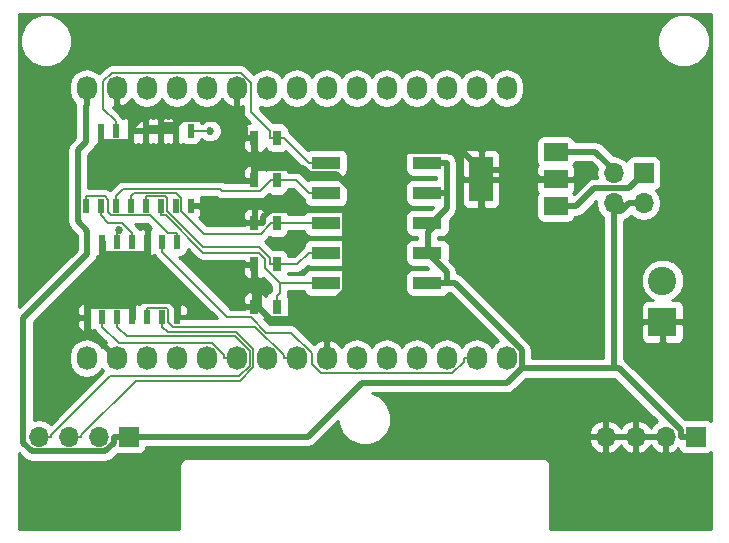
<source format=gtl>
G04 #@! TF.FileFunction,Copper,L1,Top,Mixed*
%FSLAX46Y46*%
G04 Gerber Fmt 4.6, Leading zero omitted, Abs format (unit mm)*
G04 Created by KiCad (PCBNEW 4.0.6) date Thu Jun 20 17:07:18 2019*
%MOMM*%
%LPD*%
G01*
G04 APERTURE LIST*
%ADD10C,0.100000*%
%ADD11O,1.727200X2.032000*%
%ADD12C,2.400000*%
%ADD13R,2.400000X2.400000*%
%ADD14R,1.700000X1.700000*%
%ADD15O,1.700000X1.700000*%
%ADD16R,0.700000X1.300000*%
%ADD17R,2.440000X1.120000*%
%ADD18R,2.000000X3.800000*%
%ADD19R,2.000000X1.500000*%
%ADD20R,0.508000X1.143000*%
%ADD21C,0.685800*%
%ADD22C,0.508000*%
%ADD23C,0.152400*%
%ADD24C,0.254000*%
G04 APERTURE END LIST*
D10*
D11*
X142000000Y-62000000D03*
X139460000Y-62000000D03*
X136920000Y-62000000D03*
X134380000Y-62000000D03*
X131840000Y-62000000D03*
X129300000Y-62000000D03*
X126760000Y-62000000D03*
X124220000Y-62000000D03*
X121680000Y-62000000D03*
X119140000Y-62000000D03*
X116600000Y-62000000D03*
X114060000Y-62000000D03*
X111520000Y-62000000D03*
X108980000Y-62000000D03*
X106440000Y-62000000D03*
X142000000Y-84860000D03*
X111520000Y-84860000D03*
X108980000Y-84860000D03*
X114060000Y-84860000D03*
X129300000Y-84860000D03*
X131840000Y-84860000D03*
X126760000Y-84860000D03*
X106440000Y-84860000D03*
X121680000Y-84860000D03*
X124220000Y-84860000D03*
X119140000Y-84860000D03*
X116600000Y-84860000D03*
X136920000Y-84860000D03*
X134380000Y-84860000D03*
X139460000Y-84860000D03*
D12*
X155200000Y-78300000D03*
D13*
X155200000Y-81800000D03*
D14*
X153600000Y-69200000D03*
D15*
X153600000Y-71740000D03*
X151060000Y-69200000D03*
X151060000Y-71740000D03*
D14*
X110000000Y-91500000D03*
D15*
X107460000Y-91500000D03*
X104920000Y-91500000D03*
X102380000Y-91500000D03*
D14*
X158000000Y-91500000D03*
D15*
X155460000Y-91500000D03*
X152920000Y-91500000D03*
X150380000Y-91500000D03*
D16*
X122550000Y-66200000D03*
X120650000Y-66200000D03*
X122550000Y-69800000D03*
X120650000Y-69800000D03*
X122550000Y-73400000D03*
X120650000Y-73400000D03*
X122550000Y-76900000D03*
X120650000Y-76900000D03*
X122550000Y-80500000D03*
X120650000Y-80500000D03*
D17*
X126695000Y-68320000D03*
X135305000Y-78480000D03*
X126695000Y-70860000D03*
X135305000Y-75940000D03*
X126695000Y-73400000D03*
X135305000Y-73400000D03*
X126695000Y-75940000D03*
X135305000Y-70860000D03*
X126695000Y-78480000D03*
X135305000Y-68320000D03*
D18*
X139850000Y-69700000D03*
D19*
X146150000Y-69700000D03*
X146150000Y-67400000D03*
X146150000Y-72000000D03*
D20*
X106490000Y-81402000D03*
X107760000Y-81402000D03*
X109030000Y-81402000D03*
X110300000Y-81402000D03*
X111570000Y-81402000D03*
X112840000Y-81402000D03*
X114110000Y-81402000D03*
X114110000Y-75052000D03*
X112840000Y-75052000D03*
X110300000Y-75052000D03*
X109030000Y-75052000D03*
X107760000Y-75052000D03*
X106490000Y-75052000D03*
X111570000Y-75052000D03*
X106355000Y-65625000D03*
X108895000Y-65625000D03*
X110165000Y-65625000D03*
X111435000Y-65625000D03*
X112705000Y-65625000D03*
X113975000Y-65625000D03*
X115245000Y-65625000D03*
X115245000Y-71975000D03*
X113975000Y-71975000D03*
X112705000Y-71975000D03*
X111435000Y-71975000D03*
X110165000Y-71975000D03*
X108895000Y-71975000D03*
X107625000Y-71975000D03*
X106355000Y-71975000D03*
X107625000Y-65625000D03*
D21*
X139810000Y-73700000D03*
X109145900Y-73971200D03*
X116895000Y-65625000D03*
D22*
X153600000Y-69200000D02*
X153600000Y-69210000D01*
X153600000Y-69210000D02*
X152340000Y-70470000D01*
X147910000Y-72000000D02*
X146150000Y-72000000D01*
X149440000Y-70470000D02*
X147910000Y-72000000D01*
X152340000Y-70470000D02*
X149440000Y-70470000D01*
X139850000Y-73660000D02*
X139850000Y-69700000D01*
X139810000Y-73700000D02*
X139850000Y-73660000D01*
X107625000Y-66603200D02*
X110165000Y-66603200D01*
X107625000Y-65625000D02*
X107625000Y-66603200D01*
X110165000Y-65625000D02*
X110165000Y-66603200D01*
X152920000Y-91500000D02*
X155460000Y-91500000D01*
X114110000Y-81402000D02*
X114110000Y-80539500D01*
X139850000Y-69700000D02*
X139850000Y-68963100D01*
X144006400Y-68963100D02*
X144743300Y-69700000D01*
X139850000Y-68963100D02*
X144006400Y-68963100D01*
X146150000Y-69700000D02*
X144743300Y-69700000D01*
X152920000Y-91500000D02*
X150380000Y-91500000D01*
X110300000Y-81402000D02*
X110300000Y-80423800D01*
X106490000Y-81402000D02*
X106490000Y-80423800D01*
X110300000Y-80423800D02*
X106490000Y-80423800D01*
X120650000Y-76900000D02*
X120650000Y-77956700D01*
X120650000Y-80500000D02*
X121028300Y-80500000D01*
X121028300Y-78335000D02*
X121028300Y-80500000D01*
X120650000Y-77956700D02*
X121028300Y-78335000D01*
X121028300Y-80601400D02*
X121028300Y-80500000D01*
X121983700Y-81556800D02*
X121028300Y-80601400D01*
X125979100Y-81556800D02*
X121983700Y-81556800D01*
X125979100Y-82656400D02*
X126760000Y-83437300D01*
X125979100Y-81556800D02*
X125979100Y-82656400D01*
X126760000Y-84860000D02*
X126760000Y-83437300D01*
X111570000Y-75052000D02*
X111570000Y-76030200D01*
X107760000Y-75052000D02*
X107760000Y-76030200D01*
X113625900Y-80055400D02*
X110668400Y-80055400D01*
X114110000Y-80539500D02*
X113625900Y-80055400D01*
X110668400Y-80055400D02*
X110300000Y-80423800D01*
X110668400Y-76030200D02*
X110668400Y-80055400D01*
X111570000Y-76030200D02*
X110668400Y-76030200D01*
X110668400Y-76030200D02*
X107760000Y-76030200D01*
X113975000Y-65625000D02*
X113975000Y-65135900D01*
X110165000Y-65625000D02*
X110165000Y-65421700D01*
X112705000Y-65380400D02*
X111435000Y-65380400D01*
X111435000Y-65625000D02*
X111435000Y-65380400D01*
X111435000Y-65380400D02*
X111435000Y-64646800D01*
X112705000Y-65625000D02*
X112705000Y-65380400D01*
X112705000Y-65380400D02*
X112705000Y-65135900D01*
X108980000Y-62000000D02*
X108980000Y-63422700D01*
X110572000Y-65014700D02*
X108980000Y-63422700D01*
X110165000Y-65421700D02*
X110572000Y-65014700D01*
X110939900Y-64646800D02*
X111435000Y-64646800D01*
X110572000Y-65014700D02*
X110939900Y-64646800D01*
X106500200Y-82380200D02*
X106490000Y-82380200D01*
X108980000Y-84860000D02*
X106500200Y-82380200D01*
X106490000Y-81402000D02*
X106490000Y-82380200D01*
X128344100Y-79191800D02*
X128344100Y-72433400D01*
X125979100Y-81556800D02*
X128344100Y-79191800D01*
X118468300Y-71975000D02*
X119893300Y-73400000D01*
X115245000Y-71975000D02*
X118468300Y-71975000D01*
X120650000Y-73400000D02*
X119893300Y-73400000D01*
X120650000Y-69800000D02*
X120650000Y-68743300D01*
X121406700Y-72927100D02*
X121406700Y-73400000D01*
X122021300Y-72312500D02*
X121406700Y-72927100D01*
X128223200Y-72312500D02*
X122021300Y-72312500D01*
X128344100Y-72433400D02*
X128223200Y-72312500D01*
X128344100Y-72433400D02*
X129529400Y-71248100D01*
X138232600Y-67345700D02*
X139850000Y-68963100D01*
X133431800Y-67345700D02*
X138232600Y-67345700D01*
X129529400Y-71248100D02*
X133431800Y-67345700D01*
X120650000Y-73400000D02*
X121406700Y-73400000D01*
X127568100Y-69286800D02*
X129529400Y-71248100D01*
X125306600Y-69286800D02*
X127568100Y-69286800D01*
X124763100Y-68743300D02*
X125306600Y-69286800D01*
X120650000Y-68743300D02*
X124763100Y-68743300D01*
X113975000Y-65135900D02*
X112705000Y-65135900D01*
X120650000Y-68743300D02*
X120650000Y-66200000D01*
X114517600Y-64593300D02*
X119135800Y-64593300D01*
X113975000Y-65135900D02*
X114517600Y-64593300D01*
X119893300Y-65350800D02*
X119135800Y-64593300D01*
X119893300Y-66200000D02*
X119893300Y-65350800D01*
X119135800Y-63426900D02*
X119140000Y-63422700D01*
X119135800Y-64593300D02*
X119135800Y-63426900D01*
X119140000Y-62000000D02*
X119140000Y-63422700D01*
X120650000Y-66200000D02*
X119893300Y-66200000D01*
X135308800Y-74209600D02*
X135308800Y-75940000D01*
X136118400Y-73400000D02*
X135308800Y-74209600D01*
X135308800Y-75940000D02*
X135305000Y-75940000D01*
X136931700Y-77562900D02*
X136931700Y-78480000D01*
X135308800Y-75940000D02*
X136931700Y-77562900D01*
X135305000Y-78480000D02*
X136931700Y-78480000D01*
X158000000Y-91500000D02*
X156743300Y-91500000D01*
X137602600Y-78480000D02*
X136931700Y-78480000D01*
X143289400Y-84166800D02*
X137602600Y-78480000D01*
X143289400Y-85701100D02*
X143289400Y-84166800D01*
X142039500Y-86951000D02*
X143289400Y-85701100D01*
X129732800Y-86951000D02*
X142039500Y-86951000D01*
X125183800Y-91500000D02*
X129732800Y-86951000D01*
X110000000Y-91500000D02*
X125183800Y-91500000D01*
X108743300Y-92049900D02*
X108743300Y-91500000D01*
X108036500Y-92756700D02*
X108743300Y-92049900D01*
X101794400Y-92756700D02*
X108036500Y-92756700D01*
X101086800Y-92049100D02*
X101794400Y-92756700D01*
X101086800Y-81433400D02*
X101086800Y-92049100D01*
X106490000Y-76030200D02*
X101086800Y-81433400D01*
X106490000Y-75052000D02*
X106490000Y-76030200D01*
X110000000Y-91500000D02*
X108743300Y-91500000D01*
X135305000Y-73400000D02*
X135711700Y-73400000D01*
X135711700Y-73400000D02*
X136118400Y-73400000D01*
X136931700Y-72180000D02*
X136931700Y-70860000D01*
X135711700Y-73400000D02*
X136931700Y-72180000D01*
X135305000Y-70860000D02*
X136931700Y-70860000D01*
X136931700Y-68320000D02*
X136931700Y-70860000D01*
X135305000Y-68320000D02*
X136931700Y-68320000D01*
X151060000Y-85701100D02*
X151060000Y-72996700D01*
X143289400Y-85701100D02*
X151060000Y-85701100D01*
X156743300Y-90950200D02*
X156743300Y-91500000D01*
X151494200Y-85701100D02*
X156743300Y-90950200D01*
X151060000Y-85701100D02*
X151494200Y-85701100D01*
X151060000Y-71740000D02*
X151060000Y-72368300D01*
X151060000Y-72368300D02*
X151060000Y-72996700D01*
X151715000Y-72368300D02*
X152343300Y-71740000D01*
X151060000Y-72368300D02*
X151715000Y-72368300D01*
X153600000Y-71740000D02*
X152343300Y-71740000D01*
X106490000Y-75052000D02*
X106490000Y-74073800D01*
X106440000Y-62000000D02*
X106440000Y-63422700D01*
X106355000Y-63507700D02*
X106440000Y-63422700D01*
X106355000Y-65625000D02*
X106355000Y-63507700D01*
X105694300Y-73278100D02*
X106490000Y-74073800D01*
X105694300Y-67263900D02*
X105694300Y-73278100D01*
X106355000Y-66603200D02*
X105694300Y-67263900D01*
X106355000Y-65625000D02*
X106355000Y-66603200D01*
X151060000Y-69200000D02*
X151060000Y-68940000D01*
X151060000Y-68940000D02*
X149520000Y-67400000D01*
X149520000Y-67400000D02*
X146150000Y-67400000D01*
D23*
X112840000Y-81402000D02*
X112840000Y-82202400D01*
X104920000Y-91500000D02*
X105998900Y-91500000D01*
X105998900Y-91388200D02*
X105998900Y-91500000D01*
X110593200Y-86793900D02*
X105998900Y-91388200D01*
X119390500Y-86793900D02*
X110593200Y-86793900D01*
X120543000Y-85641400D02*
X119390500Y-86793900D01*
X120543000Y-84117900D02*
X120543000Y-85641400D01*
X119115100Y-82690000D02*
X120543000Y-84117900D01*
X113327600Y-82690000D02*
X119115100Y-82690000D01*
X112840000Y-82202400D02*
X113327600Y-82690000D01*
X109030000Y-81402000D02*
X109030000Y-82202400D01*
X102380000Y-91500000D02*
X103458900Y-91500000D01*
X103458900Y-91388200D02*
X103458900Y-91500000D01*
X108466300Y-86380800D02*
X103458900Y-91388200D01*
X119372000Y-86380800D02*
X108466300Y-86380800D01*
X120237900Y-85514900D02*
X119372000Y-86380800D01*
X120237900Y-84244500D02*
X120237900Y-85514900D01*
X118988500Y-82995100D02*
X120237900Y-84244500D01*
X109822700Y-82995100D02*
X118988500Y-82995100D01*
X109030000Y-82202400D02*
X109822700Y-82995100D01*
X123128900Y-66202800D02*
X123128900Y-66200000D01*
X125246100Y-68320000D02*
X123128900Y-66202800D01*
X126695000Y-68320000D02*
X125246100Y-68320000D01*
X122550000Y-66200000D02*
X123128900Y-66200000D01*
X121971100Y-65621100D02*
X121971100Y-66200000D01*
X120376300Y-64026300D02*
X121971100Y-65621100D01*
X120376300Y-61530200D02*
X120376300Y-64026300D01*
X119545200Y-60699100D02*
X120376300Y-61530200D01*
X108572000Y-60699100D02*
X119545200Y-60699100D01*
X107861100Y-61410000D02*
X108572000Y-60699100D01*
X107861100Y-63790700D02*
X107861100Y-61410000D01*
X108895000Y-64824600D02*
X107861100Y-63790700D01*
X108895000Y-65625000D02*
X108895000Y-64824600D01*
X122550000Y-66200000D02*
X121971100Y-66200000D01*
X124186100Y-69800000D02*
X125246100Y-70860000D01*
X122550000Y-69800000D02*
X124186100Y-69800000D01*
X126695000Y-70860000D02*
X125246100Y-70860000D01*
X121971100Y-69872400D02*
X121971100Y-69800000D01*
X121149200Y-70694300D02*
X121971100Y-69872400D01*
X117870700Y-70694300D02*
X121149200Y-70694300D01*
X117720200Y-70543800D02*
X117870700Y-70694300D01*
X109525800Y-70543800D02*
X117720200Y-70543800D01*
X108895000Y-71174600D02*
X109525800Y-70543800D01*
X108895000Y-71975000D02*
X108895000Y-71174600D01*
X122550000Y-69800000D02*
X121971100Y-69800000D01*
X126695000Y-73400000D02*
X122550000Y-73400000D01*
X121971100Y-73544700D02*
X121971100Y-73400000D01*
X121188200Y-74327600D02*
X121971100Y-73544700D01*
X116380800Y-74327600D02*
X121188200Y-74327600D01*
X114458000Y-72404800D02*
X116380800Y-74327600D01*
X114458000Y-71292400D02*
X114458000Y-72404800D01*
X114014600Y-70849000D02*
X114458000Y-71292400D01*
X110490600Y-70849000D02*
X114014600Y-70849000D01*
X110165000Y-71174600D02*
X110490600Y-70849000D01*
X110165000Y-71975000D02*
X110165000Y-71174600D01*
X122550000Y-73400000D02*
X121971100Y-73400000D01*
X124286100Y-76900000D02*
X125246100Y-75940000D01*
X122550000Y-76900000D02*
X124286100Y-76900000D01*
X126695000Y-75940000D02*
X125246100Y-75940000D01*
X121971100Y-76393500D02*
X121971100Y-76900000D01*
X121055300Y-75477700D02*
X121971100Y-76393500D01*
X116283600Y-75477700D02*
X121055300Y-75477700D01*
X113232000Y-72426100D02*
X116283600Y-75477700D01*
X113232000Y-71337600D02*
X113232000Y-72426100D01*
X113069000Y-71174600D02*
X113232000Y-71337600D01*
X111435000Y-71174600D02*
X113069000Y-71174600D01*
X111435000Y-71975000D02*
X111435000Y-71174600D01*
X122550000Y-76900000D02*
X121971100Y-76900000D01*
X126695000Y-78480000D02*
X125970600Y-78480000D01*
X112705000Y-71975000D02*
X112705000Y-72775400D01*
X122550000Y-80500000D02*
X122550000Y-79621100D01*
X122806300Y-79364800D02*
X122806300Y-78480000D01*
X122550000Y-79621100D02*
X122806300Y-79364800D01*
X125970600Y-78480000D02*
X122806300Y-78480000D01*
X121569300Y-77243000D02*
X122806300Y-78480000D01*
X121569300Y-76481800D02*
X121569300Y-77243000D01*
X121016400Y-75928900D02*
X121569300Y-76481800D01*
X116287100Y-75928900D02*
X121016400Y-75928900D01*
X113133600Y-72775400D02*
X116287100Y-75928900D01*
X112705000Y-72775400D02*
X113133600Y-72775400D01*
X109145900Y-74135700D02*
X109145900Y-73971200D01*
X109030000Y-74251600D02*
X109145900Y-74135700D01*
X109030000Y-75052000D02*
X109030000Y-74251600D01*
X123127500Y-84609900D02*
X123127500Y-84860000D01*
X120720100Y-82202500D02*
X123127500Y-84609900D01*
X113741900Y-82202500D02*
X120720100Y-82202500D01*
X113323000Y-81783600D02*
X113741900Y-82202500D01*
X113323000Y-80720500D02*
X113323000Y-81783600D01*
X113204100Y-80601600D02*
X113323000Y-80720500D01*
X111570000Y-80601600D02*
X113204100Y-80601600D01*
X111570000Y-81402000D02*
X111570000Y-80601600D01*
X124220000Y-84860000D02*
X123127500Y-84860000D01*
X107760000Y-81402000D02*
X107760000Y-82202400D01*
X119140000Y-84860000D02*
X118047500Y-84860000D01*
X118047500Y-84557500D02*
X118047500Y-84860000D01*
X117095300Y-83605300D02*
X118047500Y-84557500D01*
X109162900Y-83605300D02*
X117095300Y-83605300D01*
X107760000Y-82202400D02*
X109162900Y-83605300D01*
X115245000Y-65625000D02*
X116895000Y-65625000D01*
X138367500Y-85162500D02*
X138367500Y-84860000D01*
X137397500Y-86132500D02*
X138367500Y-85162500D01*
X126276100Y-86132500D02*
X137397500Y-86132500D01*
X125490000Y-85346400D02*
X126276100Y-86132500D01*
X125490000Y-84432400D02*
X125490000Y-85346400D01*
X123777000Y-82719400D02*
X125490000Y-84432400D01*
X121668700Y-82719400D02*
X123777000Y-82719400D01*
X120328300Y-81379000D02*
X121668700Y-82719400D01*
X118366600Y-81379000D02*
X120328300Y-81379000D01*
X112840000Y-75852400D02*
X118366600Y-81379000D01*
X112840000Y-75052000D02*
X112840000Y-75852400D01*
X139460000Y-84860000D02*
X138367500Y-84860000D01*
X113309600Y-74251600D02*
X114110000Y-74251600D01*
X111833400Y-72775400D02*
X113309600Y-74251600D01*
X108541800Y-72775400D02*
X111833400Y-72775400D01*
X108260000Y-72493600D02*
X108541800Y-72775400D01*
X108260000Y-71445600D02*
X108260000Y-72493600D01*
X107989000Y-71174600D02*
X108260000Y-71445600D01*
X106355000Y-71174600D02*
X107989000Y-71174600D01*
X106355000Y-71975000D02*
X106355000Y-71174600D01*
X114110000Y-75052000D02*
X114110000Y-74251600D01*
X107625000Y-71975000D02*
X107625000Y-72775400D01*
X110300000Y-75052000D02*
X110300000Y-74251600D01*
X109438400Y-73390000D02*
X110300000Y-74251600D01*
X108239600Y-73390000D02*
X109438400Y-73390000D01*
X107625000Y-72775400D02*
X108239600Y-73390000D01*
D24*
G36*
X154743383Y-90207519D02*
X154693076Y-90228355D01*
X154264817Y-90618642D01*
X154190000Y-90777954D01*
X154115183Y-90618642D01*
X153686924Y-90228355D01*
X153276890Y-90058524D01*
X153047000Y-90179845D01*
X153047000Y-91373000D01*
X155333000Y-91373000D01*
X155333000Y-91353000D01*
X155587000Y-91353000D01*
X155587000Y-91373000D01*
X155607000Y-91373000D01*
X155607000Y-91627000D01*
X155587000Y-91627000D01*
X155587000Y-92820155D01*
X155816890Y-92941476D01*
X156226924Y-92771645D01*
X156529937Y-92495499D01*
X156546838Y-92585317D01*
X156685910Y-92801441D01*
X156898110Y-92946431D01*
X157150000Y-92997440D01*
X158850000Y-92997440D01*
X159085317Y-92953162D01*
X159290000Y-92821452D01*
X159290000Y-99290000D01*
X145710000Y-99290000D01*
X145710000Y-94000000D01*
X145655954Y-93728295D01*
X145502046Y-93497954D01*
X145271705Y-93344046D01*
X145000000Y-93290000D01*
X115000000Y-93290000D01*
X114728295Y-93344046D01*
X114497954Y-93497954D01*
X114344046Y-93728295D01*
X114290000Y-94000000D01*
X114290000Y-99290000D01*
X100710000Y-99290000D01*
X100710000Y-92929536D01*
X101165782Y-93385318D01*
X101454195Y-93578030D01*
X101794400Y-93645700D01*
X108036500Y-93645700D01*
X108376706Y-93578029D01*
X108665118Y-93385318D01*
X109069332Y-92981104D01*
X109150000Y-92997440D01*
X110850000Y-92997440D01*
X111085317Y-92953162D01*
X111301441Y-92814090D01*
X111446431Y-92601890D01*
X111489542Y-92389000D01*
X125183800Y-92389000D01*
X125524006Y-92321329D01*
X125812418Y-92128618D01*
X127764846Y-90176190D01*
X127764613Y-90442619D01*
X128104155Y-91264372D01*
X128732321Y-91893636D01*
X129553481Y-92234611D01*
X130442619Y-92235387D01*
X131264372Y-91895845D01*
X131303393Y-91856892D01*
X148938514Y-91856892D01*
X149184817Y-92381358D01*
X149613076Y-92771645D01*
X150023110Y-92941476D01*
X150253000Y-92820155D01*
X150253000Y-91627000D01*
X150507000Y-91627000D01*
X150507000Y-92820155D01*
X150736890Y-92941476D01*
X151146924Y-92771645D01*
X151575183Y-92381358D01*
X151650000Y-92222046D01*
X151724817Y-92381358D01*
X152153076Y-92771645D01*
X152563110Y-92941476D01*
X152793000Y-92820155D01*
X152793000Y-91627000D01*
X153047000Y-91627000D01*
X153047000Y-92820155D01*
X153276890Y-92941476D01*
X153686924Y-92771645D01*
X154115183Y-92381358D01*
X154190000Y-92222046D01*
X154264817Y-92381358D01*
X154693076Y-92771645D01*
X155103110Y-92941476D01*
X155333000Y-92820155D01*
X155333000Y-91627000D01*
X153047000Y-91627000D01*
X152793000Y-91627000D01*
X150507000Y-91627000D01*
X150253000Y-91627000D01*
X149059181Y-91627000D01*
X148938514Y-91856892D01*
X131303393Y-91856892D01*
X131893636Y-91267679D01*
X131945362Y-91143108D01*
X148938514Y-91143108D01*
X149059181Y-91373000D01*
X150253000Y-91373000D01*
X150253000Y-90179845D01*
X150507000Y-90179845D01*
X150507000Y-91373000D01*
X152793000Y-91373000D01*
X152793000Y-90179845D01*
X152563110Y-90058524D01*
X152153076Y-90228355D01*
X151724817Y-90618642D01*
X151650000Y-90777954D01*
X151575183Y-90618642D01*
X151146924Y-90228355D01*
X150736890Y-90058524D01*
X150507000Y-90179845D01*
X150253000Y-90179845D01*
X150023110Y-90058524D01*
X149613076Y-90228355D01*
X149184817Y-90618642D01*
X148938514Y-91143108D01*
X131945362Y-91143108D01*
X132234611Y-90446519D01*
X132235387Y-89557381D01*
X131895845Y-88735628D01*
X131267679Y-88106364D01*
X130626202Y-87840000D01*
X142039500Y-87840000D01*
X142379706Y-87772329D01*
X142668118Y-87579618D01*
X143657636Y-86590100D01*
X151125964Y-86590100D01*
X154743383Y-90207519D01*
X154743383Y-90207519D01*
G37*
X154743383Y-90207519D02*
X154693076Y-90228355D01*
X154264817Y-90618642D01*
X154190000Y-90777954D01*
X154115183Y-90618642D01*
X153686924Y-90228355D01*
X153276890Y-90058524D01*
X153047000Y-90179845D01*
X153047000Y-91373000D01*
X155333000Y-91373000D01*
X155333000Y-91353000D01*
X155587000Y-91353000D01*
X155587000Y-91373000D01*
X155607000Y-91373000D01*
X155607000Y-91627000D01*
X155587000Y-91627000D01*
X155587000Y-92820155D01*
X155816890Y-92941476D01*
X156226924Y-92771645D01*
X156529937Y-92495499D01*
X156546838Y-92585317D01*
X156685910Y-92801441D01*
X156898110Y-92946431D01*
X157150000Y-92997440D01*
X158850000Y-92997440D01*
X159085317Y-92953162D01*
X159290000Y-92821452D01*
X159290000Y-99290000D01*
X145710000Y-99290000D01*
X145710000Y-94000000D01*
X145655954Y-93728295D01*
X145502046Y-93497954D01*
X145271705Y-93344046D01*
X145000000Y-93290000D01*
X115000000Y-93290000D01*
X114728295Y-93344046D01*
X114497954Y-93497954D01*
X114344046Y-93728295D01*
X114290000Y-94000000D01*
X114290000Y-99290000D01*
X100710000Y-99290000D01*
X100710000Y-92929536D01*
X101165782Y-93385318D01*
X101454195Y-93578030D01*
X101794400Y-93645700D01*
X108036500Y-93645700D01*
X108376706Y-93578029D01*
X108665118Y-93385318D01*
X109069332Y-92981104D01*
X109150000Y-92997440D01*
X110850000Y-92997440D01*
X111085317Y-92953162D01*
X111301441Y-92814090D01*
X111446431Y-92601890D01*
X111489542Y-92389000D01*
X125183800Y-92389000D01*
X125524006Y-92321329D01*
X125812418Y-92128618D01*
X127764846Y-90176190D01*
X127764613Y-90442619D01*
X128104155Y-91264372D01*
X128732321Y-91893636D01*
X129553481Y-92234611D01*
X130442619Y-92235387D01*
X131264372Y-91895845D01*
X131303393Y-91856892D01*
X148938514Y-91856892D01*
X149184817Y-92381358D01*
X149613076Y-92771645D01*
X150023110Y-92941476D01*
X150253000Y-92820155D01*
X150253000Y-91627000D01*
X150507000Y-91627000D01*
X150507000Y-92820155D01*
X150736890Y-92941476D01*
X151146924Y-92771645D01*
X151575183Y-92381358D01*
X151650000Y-92222046D01*
X151724817Y-92381358D01*
X152153076Y-92771645D01*
X152563110Y-92941476D01*
X152793000Y-92820155D01*
X152793000Y-91627000D01*
X153047000Y-91627000D01*
X153047000Y-92820155D01*
X153276890Y-92941476D01*
X153686924Y-92771645D01*
X154115183Y-92381358D01*
X154190000Y-92222046D01*
X154264817Y-92381358D01*
X154693076Y-92771645D01*
X155103110Y-92941476D01*
X155333000Y-92820155D01*
X155333000Y-91627000D01*
X153047000Y-91627000D01*
X152793000Y-91627000D01*
X150507000Y-91627000D01*
X150253000Y-91627000D01*
X149059181Y-91627000D01*
X148938514Y-91856892D01*
X131303393Y-91856892D01*
X131893636Y-91267679D01*
X131945362Y-91143108D01*
X148938514Y-91143108D01*
X149059181Y-91373000D01*
X150253000Y-91373000D01*
X150253000Y-90179845D01*
X150507000Y-90179845D01*
X150507000Y-91373000D01*
X152793000Y-91373000D01*
X152793000Y-90179845D01*
X152563110Y-90058524D01*
X152153076Y-90228355D01*
X151724817Y-90618642D01*
X151650000Y-90777954D01*
X151575183Y-90618642D01*
X151146924Y-90228355D01*
X150736890Y-90058524D01*
X150507000Y-90179845D01*
X150253000Y-90179845D01*
X150023110Y-90058524D01*
X149613076Y-90228355D01*
X149184817Y-90618642D01*
X148938514Y-91143108D01*
X131945362Y-91143108D01*
X132234611Y-90446519D01*
X132235387Y-89557381D01*
X131895845Y-88735628D01*
X131267679Y-88106364D01*
X130626202Y-87840000D01*
X142039500Y-87840000D01*
X142379706Y-87772329D01*
X142668118Y-87579618D01*
X143657636Y-86590100D01*
X151125964Y-86590100D01*
X154743383Y-90207519D01*
G36*
X107587000Y-91373000D02*
X107607000Y-91373000D01*
X107607000Y-91627000D01*
X107587000Y-91627000D01*
X107587000Y-91647000D01*
X107333000Y-91647000D01*
X107333000Y-91627000D01*
X107313000Y-91627000D01*
X107313000Y-91373000D01*
X107333000Y-91373000D01*
X107333000Y-91353000D01*
X107587000Y-91353000D01*
X107587000Y-91373000D01*
X107587000Y-91373000D01*
G37*
X107587000Y-91373000D02*
X107607000Y-91373000D01*
X107607000Y-91627000D01*
X107587000Y-91627000D01*
X107587000Y-91647000D01*
X107333000Y-91647000D01*
X107333000Y-91627000D01*
X107313000Y-91627000D01*
X107313000Y-91373000D01*
X107333000Y-91373000D01*
X107333000Y-91353000D01*
X107587000Y-91353000D01*
X107587000Y-91373000D01*
G36*
X111897712Y-73845500D02*
X111855750Y-73845500D01*
X111697000Y-74004250D01*
X111697000Y-74925000D01*
X111717000Y-74925000D01*
X111717000Y-75179000D01*
X111697000Y-75179000D01*
X111697000Y-76099750D01*
X111855750Y-76258500D01*
X111950309Y-76258500D01*
X112183698Y-76161827D01*
X112198167Y-76147358D01*
X112337106Y-76355294D01*
X117473111Y-81491300D01*
X114036488Y-81491300D01*
X114034200Y-81489012D01*
X114034200Y-80720500D01*
X114005976Y-80578610D01*
X113983000Y-80463100D01*
X113983000Y-80354250D01*
X114237000Y-80354250D01*
X114237000Y-81275000D01*
X114840250Y-81275000D01*
X114999000Y-81116250D01*
X114999000Y-80704190D01*
X114902327Y-80470801D01*
X114723698Y-80292173D01*
X114490309Y-80195500D01*
X114395750Y-80195500D01*
X114237000Y-80354250D01*
X113983000Y-80354250D01*
X113824250Y-80195500D01*
X113803788Y-80195500D01*
X113706994Y-80098706D01*
X113476265Y-79944537D01*
X113204100Y-79890400D01*
X111570000Y-79890400D01*
X111297836Y-79944537D01*
X111067106Y-80098706D01*
X110928167Y-80306642D01*
X110913698Y-80292173D01*
X110680309Y-80195500D01*
X110585750Y-80195500D01*
X110427000Y-80354250D01*
X110427000Y-81275000D01*
X110447000Y-81275000D01*
X110447000Y-81529000D01*
X110427000Y-81529000D01*
X110427000Y-81549000D01*
X110173000Y-81549000D01*
X110173000Y-81529000D01*
X110153000Y-81529000D01*
X110153000Y-81275000D01*
X110173000Y-81275000D01*
X110173000Y-80354250D01*
X110014250Y-80195500D01*
X109919691Y-80195500D01*
X109686302Y-80292173D01*
X109659765Y-80318709D01*
X109535890Y-80234069D01*
X109284000Y-80183060D01*
X108776000Y-80183060D01*
X108540683Y-80227338D01*
X108394093Y-80321666D01*
X108265890Y-80234069D01*
X108014000Y-80183060D01*
X107506000Y-80183060D01*
X107270683Y-80227338D01*
X107129629Y-80318104D01*
X107103698Y-80292173D01*
X106870309Y-80195500D01*
X106775750Y-80195500D01*
X106617000Y-80354250D01*
X106617000Y-81275000D01*
X106637000Y-81275000D01*
X106637000Y-81529000D01*
X106617000Y-81529000D01*
X106617000Y-82449750D01*
X106775750Y-82608500D01*
X106870309Y-82608500D01*
X107103698Y-82511827D01*
X107118167Y-82497358D01*
X107257106Y-82705294D01*
X108069997Y-83518185D01*
X107706461Y-83925069D01*
X107499670Y-83615585D01*
X107013489Y-83290729D01*
X106440000Y-83176655D01*
X105866511Y-83290729D01*
X105380330Y-83615585D01*
X105055474Y-84101766D01*
X104941400Y-84675255D01*
X104941400Y-85044745D01*
X105055474Y-85618234D01*
X105380330Y-86104415D01*
X105866511Y-86429271D01*
X106440000Y-86543345D01*
X107013489Y-86429271D01*
X107499670Y-86104415D01*
X107706461Y-85794931D01*
X107866858Y-85974454D01*
X103424302Y-90417010D01*
X102948285Y-90098946D01*
X102380000Y-89985907D01*
X101975800Y-90066307D01*
X101975800Y-81801636D01*
X102089686Y-81687750D01*
X105601000Y-81687750D01*
X105601000Y-82099810D01*
X105697673Y-82333199D01*
X105876302Y-82511827D01*
X106109691Y-82608500D01*
X106204250Y-82608500D01*
X106363000Y-82449750D01*
X106363000Y-81529000D01*
X105759750Y-81529000D01*
X105601000Y-81687750D01*
X102089686Y-81687750D01*
X103073246Y-80704190D01*
X105601000Y-80704190D01*
X105601000Y-81116250D01*
X105759750Y-81275000D01*
X106363000Y-81275000D01*
X106363000Y-80354250D01*
X106204250Y-80195500D01*
X106109691Y-80195500D01*
X105876302Y-80292173D01*
X105697673Y-80470801D01*
X105601000Y-80704190D01*
X103073246Y-80704190D01*
X107118618Y-76658818D01*
X107131126Y-76640099D01*
X107311329Y-76370406D01*
X107337098Y-76240857D01*
X107379691Y-76258500D01*
X107474250Y-76258500D01*
X107633000Y-76099750D01*
X107633000Y-75179000D01*
X107613000Y-75179000D01*
X107613000Y-74925000D01*
X107633000Y-74925000D01*
X107633000Y-74905000D01*
X107887000Y-74905000D01*
X107887000Y-74925000D01*
X107907000Y-74925000D01*
X107907000Y-75179000D01*
X107887000Y-75179000D01*
X107887000Y-76099750D01*
X108045750Y-76258500D01*
X108140309Y-76258500D01*
X108373698Y-76161827D01*
X108400235Y-76135291D01*
X108524110Y-76219931D01*
X108776000Y-76270940D01*
X109284000Y-76270940D01*
X109519317Y-76226662D01*
X109665907Y-76132334D01*
X109794110Y-76219931D01*
X110046000Y-76270940D01*
X110554000Y-76270940D01*
X110789317Y-76226662D01*
X110930371Y-76135896D01*
X110956302Y-76161827D01*
X111189691Y-76258500D01*
X111284250Y-76258500D01*
X111443000Y-76099750D01*
X111443000Y-75179000D01*
X111423000Y-75179000D01*
X111423000Y-74925000D01*
X111443000Y-74925000D01*
X111443000Y-74004250D01*
X111284250Y-73845500D01*
X111189691Y-73845500D01*
X110956302Y-73942173D01*
X110941833Y-73956642D01*
X110853676Y-73824706D01*
X110802894Y-73748705D01*
X110540789Y-73486600D01*
X111538812Y-73486600D01*
X111897712Y-73845500D01*
X111897712Y-73845500D01*
G37*
X111897712Y-73845500D02*
X111855750Y-73845500D01*
X111697000Y-74004250D01*
X111697000Y-74925000D01*
X111717000Y-74925000D01*
X111717000Y-75179000D01*
X111697000Y-75179000D01*
X111697000Y-76099750D01*
X111855750Y-76258500D01*
X111950309Y-76258500D01*
X112183698Y-76161827D01*
X112198167Y-76147358D01*
X112337106Y-76355294D01*
X117473111Y-81491300D01*
X114036488Y-81491300D01*
X114034200Y-81489012D01*
X114034200Y-80720500D01*
X114005976Y-80578610D01*
X113983000Y-80463100D01*
X113983000Y-80354250D01*
X114237000Y-80354250D01*
X114237000Y-81275000D01*
X114840250Y-81275000D01*
X114999000Y-81116250D01*
X114999000Y-80704190D01*
X114902327Y-80470801D01*
X114723698Y-80292173D01*
X114490309Y-80195500D01*
X114395750Y-80195500D01*
X114237000Y-80354250D01*
X113983000Y-80354250D01*
X113824250Y-80195500D01*
X113803788Y-80195500D01*
X113706994Y-80098706D01*
X113476265Y-79944537D01*
X113204100Y-79890400D01*
X111570000Y-79890400D01*
X111297836Y-79944537D01*
X111067106Y-80098706D01*
X110928167Y-80306642D01*
X110913698Y-80292173D01*
X110680309Y-80195500D01*
X110585750Y-80195500D01*
X110427000Y-80354250D01*
X110427000Y-81275000D01*
X110447000Y-81275000D01*
X110447000Y-81529000D01*
X110427000Y-81529000D01*
X110427000Y-81549000D01*
X110173000Y-81549000D01*
X110173000Y-81529000D01*
X110153000Y-81529000D01*
X110153000Y-81275000D01*
X110173000Y-81275000D01*
X110173000Y-80354250D01*
X110014250Y-80195500D01*
X109919691Y-80195500D01*
X109686302Y-80292173D01*
X109659765Y-80318709D01*
X109535890Y-80234069D01*
X109284000Y-80183060D01*
X108776000Y-80183060D01*
X108540683Y-80227338D01*
X108394093Y-80321666D01*
X108265890Y-80234069D01*
X108014000Y-80183060D01*
X107506000Y-80183060D01*
X107270683Y-80227338D01*
X107129629Y-80318104D01*
X107103698Y-80292173D01*
X106870309Y-80195500D01*
X106775750Y-80195500D01*
X106617000Y-80354250D01*
X106617000Y-81275000D01*
X106637000Y-81275000D01*
X106637000Y-81529000D01*
X106617000Y-81529000D01*
X106617000Y-82449750D01*
X106775750Y-82608500D01*
X106870309Y-82608500D01*
X107103698Y-82511827D01*
X107118167Y-82497358D01*
X107257106Y-82705294D01*
X108069997Y-83518185D01*
X107706461Y-83925069D01*
X107499670Y-83615585D01*
X107013489Y-83290729D01*
X106440000Y-83176655D01*
X105866511Y-83290729D01*
X105380330Y-83615585D01*
X105055474Y-84101766D01*
X104941400Y-84675255D01*
X104941400Y-85044745D01*
X105055474Y-85618234D01*
X105380330Y-86104415D01*
X105866511Y-86429271D01*
X106440000Y-86543345D01*
X107013489Y-86429271D01*
X107499670Y-86104415D01*
X107706461Y-85794931D01*
X107866858Y-85974454D01*
X103424302Y-90417010D01*
X102948285Y-90098946D01*
X102380000Y-89985907D01*
X101975800Y-90066307D01*
X101975800Y-81801636D01*
X102089686Y-81687750D01*
X105601000Y-81687750D01*
X105601000Y-82099810D01*
X105697673Y-82333199D01*
X105876302Y-82511827D01*
X106109691Y-82608500D01*
X106204250Y-82608500D01*
X106363000Y-82449750D01*
X106363000Y-81529000D01*
X105759750Y-81529000D01*
X105601000Y-81687750D01*
X102089686Y-81687750D01*
X103073246Y-80704190D01*
X105601000Y-80704190D01*
X105601000Y-81116250D01*
X105759750Y-81275000D01*
X106363000Y-81275000D01*
X106363000Y-80354250D01*
X106204250Y-80195500D01*
X106109691Y-80195500D01*
X105876302Y-80292173D01*
X105697673Y-80470801D01*
X105601000Y-80704190D01*
X103073246Y-80704190D01*
X107118618Y-76658818D01*
X107131126Y-76640099D01*
X107311329Y-76370406D01*
X107337098Y-76240857D01*
X107379691Y-76258500D01*
X107474250Y-76258500D01*
X107633000Y-76099750D01*
X107633000Y-75179000D01*
X107613000Y-75179000D01*
X107613000Y-74925000D01*
X107633000Y-74925000D01*
X107633000Y-74905000D01*
X107887000Y-74905000D01*
X107887000Y-74925000D01*
X107907000Y-74925000D01*
X107907000Y-75179000D01*
X107887000Y-75179000D01*
X107887000Y-76099750D01*
X108045750Y-76258500D01*
X108140309Y-76258500D01*
X108373698Y-76161827D01*
X108400235Y-76135291D01*
X108524110Y-76219931D01*
X108776000Y-76270940D01*
X109284000Y-76270940D01*
X109519317Y-76226662D01*
X109665907Y-76132334D01*
X109794110Y-76219931D01*
X110046000Y-76270940D01*
X110554000Y-76270940D01*
X110789317Y-76226662D01*
X110930371Y-76135896D01*
X110956302Y-76161827D01*
X111189691Y-76258500D01*
X111284250Y-76258500D01*
X111443000Y-76099750D01*
X111443000Y-75179000D01*
X111423000Y-75179000D01*
X111423000Y-74925000D01*
X111443000Y-74925000D01*
X111443000Y-74004250D01*
X111284250Y-73845500D01*
X111189691Y-73845500D01*
X110956302Y-73942173D01*
X110941833Y-73956642D01*
X110853676Y-73824706D01*
X110802894Y-73748705D01*
X110540789Y-73486600D01*
X111538812Y-73486600D01*
X111897712Y-73845500D01*
G36*
X159290000Y-90182099D02*
X159101890Y-90053569D01*
X158850000Y-90002560D01*
X157150000Y-90002560D01*
X157068274Y-90017938D01*
X152122818Y-85072482D01*
X151994885Y-84987000D01*
X151949000Y-84956340D01*
X151949000Y-82085750D01*
X153365000Y-82085750D01*
X153365000Y-83126309D01*
X153461673Y-83359698D01*
X153640301Y-83538327D01*
X153873690Y-83635000D01*
X154914250Y-83635000D01*
X155073000Y-83476250D01*
X155073000Y-81927000D01*
X155327000Y-81927000D01*
X155327000Y-83476250D01*
X155485750Y-83635000D01*
X156526310Y-83635000D01*
X156759699Y-83538327D01*
X156938327Y-83359698D01*
X157035000Y-83126309D01*
X157035000Y-82085750D01*
X156876250Y-81927000D01*
X155327000Y-81927000D01*
X155073000Y-81927000D01*
X153523750Y-81927000D01*
X153365000Y-82085750D01*
X151949000Y-82085750D01*
X151949000Y-78663403D01*
X153364682Y-78663403D01*
X153643455Y-79338086D01*
X154159199Y-79854730D01*
X154424758Y-79965000D01*
X153873690Y-79965000D01*
X153640301Y-80061673D01*
X153461673Y-80240302D01*
X153365000Y-80473691D01*
X153365000Y-81514250D01*
X153523750Y-81673000D01*
X155073000Y-81673000D01*
X155073000Y-81653000D01*
X155327000Y-81653000D01*
X155327000Y-81673000D01*
X156876250Y-81673000D01*
X157035000Y-81514250D01*
X157035000Y-80473691D01*
X156938327Y-80240302D01*
X156759699Y-80061673D01*
X156526310Y-79965000D01*
X155975605Y-79965000D01*
X156238086Y-79856545D01*
X156754730Y-79340801D01*
X157034681Y-78666605D01*
X157035318Y-77936597D01*
X156756545Y-77261914D01*
X156240801Y-76745270D01*
X155566605Y-76465319D01*
X154836597Y-76464682D01*
X154161914Y-76743455D01*
X153645270Y-77259199D01*
X153365319Y-77933395D01*
X153364682Y-78663403D01*
X151949000Y-78663403D01*
X151949000Y-73210755D01*
X152055206Y-73189629D01*
X152343618Y-72996918D01*
X152538508Y-72802028D01*
X152549946Y-72819147D01*
X153031715Y-73141054D01*
X153600000Y-73254093D01*
X154168285Y-73141054D01*
X154650054Y-72819147D01*
X154971961Y-72337378D01*
X155085000Y-71769093D01*
X155085000Y-71710907D01*
X154971961Y-71142622D01*
X154650054Y-70660853D01*
X154648821Y-70660029D01*
X154685317Y-70653162D01*
X154901441Y-70514090D01*
X155046431Y-70301890D01*
X155097440Y-70050000D01*
X155097440Y-68350000D01*
X155053162Y-68114683D01*
X154914090Y-67898559D01*
X154701890Y-67753569D01*
X154450000Y-67702560D01*
X152750000Y-67702560D01*
X152514683Y-67746838D01*
X152298559Y-67885910D01*
X152153569Y-68098110D01*
X152139914Y-68165541D01*
X152110054Y-68120853D01*
X151628285Y-67798946D01*
X151063923Y-67686687D01*
X150148618Y-66771382D01*
X149860206Y-66578671D01*
X149520000Y-66511000D01*
X147771285Y-66511000D01*
X147753162Y-66414683D01*
X147614090Y-66198559D01*
X147401890Y-66053569D01*
X147150000Y-66002560D01*
X145150000Y-66002560D01*
X144914683Y-66046838D01*
X144698559Y-66185910D01*
X144553569Y-66398110D01*
X144502560Y-66650000D01*
X144502560Y-68150000D01*
X144546838Y-68385317D01*
X144652482Y-68549492D01*
X144611673Y-68590301D01*
X144515000Y-68823690D01*
X144515000Y-69414250D01*
X144673750Y-69573000D01*
X146023000Y-69573000D01*
X146023000Y-69553000D01*
X146277000Y-69553000D01*
X146277000Y-69573000D01*
X147626250Y-69573000D01*
X147785000Y-69414250D01*
X147785000Y-68823690D01*
X147688327Y-68590301D01*
X147646366Y-68548340D01*
X147746431Y-68401890D01*
X147769292Y-68289000D01*
X149151764Y-68289000D01*
X149651098Y-68788334D01*
X149575000Y-69170907D01*
X149575000Y-69229093D01*
X149644999Y-69581000D01*
X149440000Y-69581000D01*
X149099794Y-69648671D01*
X148832906Y-69827000D01*
X148811382Y-69841382D01*
X147708104Y-70944660D01*
X147647518Y-70850508D01*
X147688327Y-70809699D01*
X147785000Y-70576310D01*
X147785000Y-69985750D01*
X147626250Y-69827000D01*
X146277000Y-69827000D01*
X146277000Y-69847000D01*
X146023000Y-69847000D01*
X146023000Y-69827000D01*
X144673750Y-69827000D01*
X144515000Y-69985750D01*
X144515000Y-70576310D01*
X144611673Y-70809699D01*
X144653634Y-70851660D01*
X144553569Y-70998110D01*
X144502560Y-71250000D01*
X144502560Y-72750000D01*
X144546838Y-72985317D01*
X144685910Y-73201441D01*
X144898110Y-73346431D01*
X145150000Y-73397440D01*
X147150000Y-73397440D01*
X147385317Y-73353162D01*
X147601441Y-73214090D01*
X147746431Y-73001890D01*
X147769292Y-72889000D01*
X147910000Y-72889000D01*
X148250206Y-72821329D01*
X148538618Y-72628618D01*
X149604466Y-71562770D01*
X149575000Y-71710907D01*
X149575000Y-71769093D01*
X149688039Y-72337378D01*
X150009946Y-72819147D01*
X150171000Y-72926760D01*
X150171000Y-84812100D01*
X144178400Y-84812100D01*
X144178400Y-84166800D01*
X144110729Y-83826594D01*
X143918018Y-83538182D01*
X138231218Y-77851382D01*
X138073344Y-77745894D01*
X137942806Y-77658671D01*
X137820700Y-77634383D01*
X137820700Y-77562900D01*
X137753029Y-77222694D01*
X137560318Y-76934282D01*
X137164625Y-76538589D01*
X137172440Y-76500000D01*
X137172440Y-75380000D01*
X137128162Y-75144683D01*
X136989090Y-74928559D01*
X136776890Y-74783569D01*
X136525000Y-74732560D01*
X136197800Y-74732560D01*
X136197800Y-74607440D01*
X136525000Y-74607440D01*
X136760317Y-74563162D01*
X136976441Y-74424090D01*
X137121431Y-74211890D01*
X137172440Y-73960000D01*
X137172440Y-73196496D01*
X137560318Y-72808618D01*
X137753030Y-72520205D01*
X137820700Y-72180000D01*
X137820700Y-69985750D01*
X138215000Y-69985750D01*
X138215000Y-71726310D01*
X138311673Y-71959699D01*
X138490302Y-72138327D01*
X138723691Y-72235000D01*
X139564250Y-72235000D01*
X139723000Y-72076250D01*
X139723000Y-69827000D01*
X139977000Y-69827000D01*
X139977000Y-72076250D01*
X140135750Y-72235000D01*
X140976309Y-72235000D01*
X141209698Y-72138327D01*
X141388327Y-71959699D01*
X141485000Y-71726310D01*
X141485000Y-69985750D01*
X141326250Y-69827000D01*
X139977000Y-69827000D01*
X139723000Y-69827000D01*
X138373750Y-69827000D01*
X138215000Y-69985750D01*
X137820700Y-69985750D01*
X137820700Y-68320000D01*
X137753029Y-67979794D01*
X137560318Y-67691382D01*
X137533841Y-67673690D01*
X138215000Y-67673690D01*
X138215000Y-69414250D01*
X138373750Y-69573000D01*
X139723000Y-69573000D01*
X139723000Y-67323750D01*
X139977000Y-67323750D01*
X139977000Y-69573000D01*
X141326250Y-69573000D01*
X141485000Y-69414250D01*
X141485000Y-67673690D01*
X141388327Y-67440301D01*
X141209698Y-67261673D01*
X140976309Y-67165000D01*
X140135750Y-67165000D01*
X139977000Y-67323750D01*
X139723000Y-67323750D01*
X139564250Y-67165000D01*
X138723691Y-67165000D01*
X138490302Y-67261673D01*
X138311673Y-67440301D01*
X138215000Y-67673690D01*
X137533841Y-67673690D01*
X137271906Y-67498671D01*
X137087867Y-67462064D01*
X136989090Y-67308559D01*
X136776890Y-67163569D01*
X136525000Y-67112560D01*
X134085000Y-67112560D01*
X133849683Y-67156838D01*
X133633559Y-67295910D01*
X133488569Y-67508110D01*
X133437560Y-67760000D01*
X133437560Y-68880000D01*
X133481838Y-69115317D01*
X133620910Y-69331441D01*
X133833110Y-69476431D01*
X134085000Y-69527440D01*
X136042700Y-69527440D01*
X136042700Y-69652560D01*
X134085000Y-69652560D01*
X133849683Y-69696838D01*
X133633559Y-69835910D01*
X133488569Y-70048110D01*
X133437560Y-70300000D01*
X133437560Y-71420000D01*
X133481838Y-71655317D01*
X133620910Y-71871441D01*
X133833110Y-72016431D01*
X134085000Y-72067440D01*
X135787024Y-72067440D01*
X135661904Y-72192560D01*
X134085000Y-72192560D01*
X133849683Y-72236838D01*
X133633559Y-72375910D01*
X133488569Y-72588110D01*
X133437560Y-72840000D01*
X133437560Y-73960000D01*
X133481838Y-74195317D01*
X133620910Y-74411441D01*
X133833110Y-74556431D01*
X134085000Y-74607440D01*
X134419800Y-74607440D01*
X134419800Y-74732560D01*
X134085000Y-74732560D01*
X133849683Y-74776838D01*
X133633559Y-74915910D01*
X133488569Y-75128110D01*
X133437560Y-75380000D01*
X133437560Y-76500000D01*
X133481838Y-76735317D01*
X133620910Y-76951441D01*
X133833110Y-77096431D01*
X134085000Y-77147440D01*
X135259004Y-77147440D01*
X135384124Y-77272560D01*
X134085000Y-77272560D01*
X133849683Y-77316838D01*
X133633559Y-77455910D01*
X133488569Y-77668110D01*
X133437560Y-77920000D01*
X133437560Y-79040000D01*
X133481838Y-79275317D01*
X133620910Y-79491441D01*
X133833110Y-79636431D01*
X134085000Y-79687440D01*
X136525000Y-79687440D01*
X136760317Y-79643162D01*
X136976441Y-79504090D01*
X137068744Y-79369000D01*
X137234364Y-79369000D01*
X141264407Y-83399043D01*
X140940330Y-83615585D01*
X140730000Y-83930366D01*
X140519670Y-83615585D01*
X140033489Y-83290729D01*
X139460000Y-83176655D01*
X138886511Y-83290729D01*
X138400330Y-83615585D01*
X138190000Y-83930366D01*
X137979670Y-83615585D01*
X137493489Y-83290729D01*
X136920000Y-83176655D01*
X136346511Y-83290729D01*
X135860330Y-83615585D01*
X135650000Y-83930366D01*
X135439670Y-83615585D01*
X134953489Y-83290729D01*
X134380000Y-83176655D01*
X133806511Y-83290729D01*
X133320330Y-83615585D01*
X133110000Y-83930366D01*
X132899670Y-83615585D01*
X132413489Y-83290729D01*
X131840000Y-83176655D01*
X131266511Y-83290729D01*
X130780330Y-83615585D01*
X130570000Y-83930366D01*
X130359670Y-83615585D01*
X129873489Y-83290729D01*
X129300000Y-83176655D01*
X128726511Y-83290729D01*
X128240330Y-83615585D01*
X128033539Y-83925069D01*
X127662036Y-83509268D01*
X127134791Y-83255291D01*
X127119026Y-83252642D01*
X126887000Y-83373783D01*
X126887000Y-84733000D01*
X126907000Y-84733000D01*
X126907000Y-84987000D01*
X126887000Y-84987000D01*
X126887000Y-85007000D01*
X126633000Y-85007000D01*
X126633000Y-84987000D01*
X126613000Y-84987000D01*
X126613000Y-84733000D01*
X126633000Y-84733000D01*
X126633000Y-83373783D01*
X126400974Y-83252642D01*
X126385209Y-83255291D01*
X125857964Y-83509268D01*
X125723337Y-83659949D01*
X124279894Y-82216506D01*
X124049165Y-82062337D01*
X123777000Y-82008200D01*
X121963288Y-82008200D01*
X121501557Y-81546469D01*
X121538327Y-81509699D01*
X121594654Y-81373713D01*
X121596838Y-81385317D01*
X121735910Y-81601441D01*
X121948110Y-81746431D01*
X122200000Y-81797440D01*
X122900000Y-81797440D01*
X123135317Y-81753162D01*
X123351441Y-81614090D01*
X123496431Y-81401890D01*
X123547440Y-81150000D01*
X123547440Y-79850000D01*
X123503162Y-79614683D01*
X123476146Y-79572699D01*
X123517500Y-79364800D01*
X123517500Y-79191200D01*
X124856010Y-79191200D01*
X124871838Y-79275317D01*
X125010910Y-79491441D01*
X125223110Y-79636431D01*
X125475000Y-79687440D01*
X127915000Y-79687440D01*
X128150317Y-79643162D01*
X128366441Y-79504090D01*
X128511431Y-79291890D01*
X128562440Y-79040000D01*
X128562440Y-77920000D01*
X128518162Y-77684683D01*
X128379090Y-77468559D01*
X128166890Y-77323569D01*
X127915000Y-77272560D01*
X125475000Y-77272560D01*
X125239683Y-77316838D01*
X125023559Y-77455910D01*
X124878569Y-77668110D01*
X124858179Y-77768800D01*
X123503132Y-77768800D01*
X123535047Y-77611200D01*
X124286100Y-77611200D01*
X124558265Y-77557063D01*
X124788994Y-77402894D01*
X125147274Y-77044614D01*
X125223110Y-77096431D01*
X125475000Y-77147440D01*
X127915000Y-77147440D01*
X128150317Y-77103162D01*
X128366441Y-76964090D01*
X128511431Y-76751890D01*
X128562440Y-76500000D01*
X128562440Y-75380000D01*
X128518162Y-75144683D01*
X128379090Y-74928559D01*
X128166890Y-74783569D01*
X127915000Y-74732560D01*
X125475000Y-74732560D01*
X125239683Y-74776838D01*
X125023559Y-74915910D01*
X124878569Y-75128110D01*
X124827560Y-75380000D01*
X124827560Y-75380742D01*
X124743206Y-75437106D01*
X123991512Y-76188800D01*
X123535924Y-76188800D01*
X123503162Y-76014683D01*
X123364090Y-75798559D01*
X123151890Y-75653569D01*
X122900000Y-75602560D01*
X122200000Y-75602560D01*
X122188173Y-75604785D01*
X121558194Y-74974806D01*
X121516655Y-74947051D01*
X121691094Y-74830494D01*
X121904770Y-74616818D01*
X121948110Y-74646431D01*
X122200000Y-74697440D01*
X122900000Y-74697440D01*
X123135317Y-74653162D01*
X123351441Y-74514090D01*
X123496431Y-74301890D01*
X123535047Y-74111200D01*
X124856010Y-74111200D01*
X124871838Y-74195317D01*
X125010910Y-74411441D01*
X125223110Y-74556431D01*
X125475000Y-74607440D01*
X127915000Y-74607440D01*
X128150317Y-74563162D01*
X128366441Y-74424090D01*
X128511431Y-74211890D01*
X128562440Y-73960000D01*
X128562440Y-72840000D01*
X128518162Y-72604683D01*
X128379090Y-72388559D01*
X128166890Y-72243569D01*
X127915000Y-72192560D01*
X125475000Y-72192560D01*
X125239683Y-72236838D01*
X125023559Y-72375910D01*
X124878569Y-72588110D01*
X124858179Y-72688800D01*
X123535924Y-72688800D01*
X123503162Y-72514683D01*
X123364090Y-72298559D01*
X123151890Y-72153569D01*
X122900000Y-72102560D01*
X122200000Y-72102560D01*
X121964683Y-72146838D01*
X121748559Y-72285910D01*
X121603569Y-72498110D01*
X121596809Y-72531490D01*
X121538327Y-72390301D01*
X121359698Y-72211673D01*
X121126309Y-72115000D01*
X120935750Y-72115000D01*
X120777000Y-72273750D01*
X120777000Y-73273000D01*
X120797000Y-73273000D01*
X120797000Y-73527000D01*
X120777000Y-73527000D01*
X120777000Y-73547000D01*
X120523000Y-73547000D01*
X120523000Y-73527000D01*
X119823750Y-73527000D01*
X119734350Y-73616400D01*
X116675388Y-73616400D01*
X116001257Y-72942269D01*
X116037327Y-72906199D01*
X116134000Y-72672810D01*
X116134000Y-72623690D01*
X119665000Y-72623690D01*
X119665000Y-73114250D01*
X119823750Y-73273000D01*
X120523000Y-73273000D01*
X120523000Y-72273750D01*
X120364250Y-72115000D01*
X120173691Y-72115000D01*
X119940302Y-72211673D01*
X119761673Y-72390301D01*
X119665000Y-72623690D01*
X116134000Y-72623690D01*
X116134000Y-72260750D01*
X115975250Y-72102000D01*
X115372000Y-72102000D01*
X115372000Y-72122000D01*
X115180988Y-72122000D01*
X115169200Y-72110212D01*
X115169200Y-71828000D01*
X115372000Y-71828000D01*
X115372000Y-71848000D01*
X115975250Y-71848000D01*
X116134000Y-71689250D01*
X116134000Y-71277190D01*
X116124809Y-71255000D01*
X117454318Y-71255000D01*
X117598535Y-71351363D01*
X117643690Y-71360345D01*
X117870700Y-71405500D01*
X121149200Y-71405500D01*
X121421365Y-71351363D01*
X121652094Y-71197194D01*
X121861818Y-70987470D01*
X121948110Y-71046431D01*
X122200000Y-71097440D01*
X122900000Y-71097440D01*
X123135317Y-71053162D01*
X123351441Y-70914090D01*
X123496431Y-70701890D01*
X123535047Y-70511200D01*
X123891512Y-70511200D01*
X124743205Y-71362894D01*
X124806970Y-71405500D01*
X124827560Y-71419258D01*
X124827560Y-71420000D01*
X124871838Y-71655317D01*
X125010910Y-71871441D01*
X125223110Y-72016431D01*
X125475000Y-72067440D01*
X127915000Y-72067440D01*
X128150317Y-72023162D01*
X128366441Y-71884090D01*
X128511431Y-71671890D01*
X128562440Y-71420000D01*
X128562440Y-70300000D01*
X128518162Y-70064683D01*
X128379090Y-69848559D01*
X128166890Y-69703569D01*
X127915000Y-69652560D01*
X125475000Y-69652560D01*
X125239683Y-69696838D01*
X125147831Y-69755943D01*
X124688994Y-69297106D01*
X124458265Y-69142937D01*
X124186100Y-69088800D01*
X123535924Y-69088800D01*
X123503162Y-68914683D01*
X123364090Y-68698559D01*
X123151890Y-68553569D01*
X122900000Y-68502560D01*
X122200000Y-68502560D01*
X121964683Y-68546838D01*
X121748559Y-68685910D01*
X121603569Y-68898110D01*
X121596809Y-68931490D01*
X121538327Y-68790301D01*
X121359698Y-68611673D01*
X121126309Y-68515000D01*
X120935750Y-68515000D01*
X120777000Y-68673750D01*
X120777000Y-69673000D01*
X120797000Y-69673000D01*
X120797000Y-69927000D01*
X120777000Y-69927000D01*
X120777000Y-69947000D01*
X120523000Y-69947000D01*
X120523000Y-69927000D01*
X119823750Y-69927000D01*
X119767650Y-69983100D01*
X118136582Y-69983100D01*
X117992365Y-69886737D01*
X117720200Y-69832600D01*
X109525800Y-69832600D01*
X109253635Y-69886737D01*
X109022906Y-70040906D01*
X108432076Y-70631736D01*
X108261165Y-70517537D01*
X107989000Y-70463400D01*
X106583300Y-70463400D01*
X106583300Y-69023690D01*
X119665000Y-69023690D01*
X119665000Y-69514250D01*
X119823750Y-69673000D01*
X120523000Y-69673000D01*
X120523000Y-68673750D01*
X120364250Y-68515000D01*
X120173691Y-68515000D01*
X119940302Y-68611673D01*
X119761673Y-68790301D01*
X119665000Y-69023690D01*
X106583300Y-69023690D01*
X106583300Y-67632136D01*
X106983618Y-67231818D01*
X107028264Y-67165000D01*
X107176329Y-66943406D01*
X107202098Y-66813857D01*
X107244691Y-66831500D01*
X107339250Y-66831500D01*
X107498000Y-66672750D01*
X107498000Y-65752000D01*
X107478000Y-65752000D01*
X107478000Y-65498000D01*
X107498000Y-65498000D01*
X107498000Y-65478000D01*
X107752000Y-65478000D01*
X107752000Y-65498000D01*
X107772000Y-65498000D01*
X107772000Y-65752000D01*
X107752000Y-65752000D01*
X107752000Y-66672750D01*
X107910750Y-66831500D01*
X108005309Y-66831500D01*
X108238698Y-66734827D01*
X108265235Y-66708291D01*
X108389110Y-66792931D01*
X108641000Y-66843940D01*
X109149000Y-66843940D01*
X109384317Y-66799662D01*
X109525371Y-66708896D01*
X109551302Y-66734827D01*
X109784691Y-66831500D01*
X109879250Y-66831500D01*
X110038000Y-66672750D01*
X110038000Y-65752000D01*
X110292000Y-65752000D01*
X110292000Y-66672750D01*
X110450750Y-66831500D01*
X110545309Y-66831500D01*
X110778698Y-66734827D01*
X110800000Y-66713525D01*
X110821302Y-66734827D01*
X111054691Y-66831500D01*
X111149250Y-66831500D01*
X111308000Y-66672750D01*
X111308000Y-65752000D01*
X111562000Y-65752000D01*
X111562000Y-66672750D01*
X111720750Y-66831500D01*
X111815309Y-66831500D01*
X112048698Y-66734827D01*
X112070000Y-66713525D01*
X112091302Y-66734827D01*
X112324691Y-66831500D01*
X112419250Y-66831500D01*
X112578000Y-66672750D01*
X112578000Y-65752000D01*
X112832000Y-65752000D01*
X112832000Y-66672750D01*
X112990750Y-66831500D01*
X113085309Y-66831500D01*
X113318698Y-66734827D01*
X113340000Y-66713525D01*
X113361302Y-66734827D01*
X113594691Y-66831500D01*
X113689250Y-66831500D01*
X113848000Y-66672750D01*
X113848000Y-65752000D01*
X112832000Y-65752000D01*
X112578000Y-65752000D01*
X111562000Y-65752000D01*
X111308000Y-65752000D01*
X110292000Y-65752000D01*
X110038000Y-65752000D01*
X110018000Y-65752000D01*
X110018000Y-65498000D01*
X110038000Y-65498000D01*
X110038000Y-64577250D01*
X110292000Y-64577250D01*
X110292000Y-65498000D01*
X111308000Y-65498000D01*
X111308000Y-64577250D01*
X111562000Y-64577250D01*
X111562000Y-65498000D01*
X112578000Y-65498000D01*
X112578000Y-64577250D01*
X112832000Y-64577250D01*
X112832000Y-65498000D01*
X113848000Y-65498000D01*
X113848000Y-64577250D01*
X114102000Y-64577250D01*
X114102000Y-65498000D01*
X114122000Y-65498000D01*
X114122000Y-65752000D01*
X114102000Y-65752000D01*
X114102000Y-66672750D01*
X114260750Y-66831500D01*
X114355309Y-66831500D01*
X114588698Y-66734827D01*
X114615235Y-66708291D01*
X114739110Y-66792931D01*
X114991000Y-66843940D01*
X115499000Y-66843940D01*
X115734317Y-66799662D01*
X115950441Y-66660590D01*
X116095431Y-66448390D01*
X116118150Y-66336200D01*
X116223206Y-66336200D01*
X116340341Y-66453540D01*
X116699630Y-66602730D01*
X117088663Y-66603069D01*
X117372597Y-66485750D01*
X119665000Y-66485750D01*
X119665000Y-66976310D01*
X119761673Y-67209699D01*
X119940302Y-67388327D01*
X120173691Y-67485000D01*
X120364250Y-67485000D01*
X120523000Y-67326250D01*
X120523000Y-66327000D01*
X119823750Y-66327000D01*
X119665000Y-66485750D01*
X117372597Y-66485750D01*
X117448212Y-66454507D01*
X117723540Y-66179659D01*
X117872730Y-65820370D01*
X117873069Y-65431337D01*
X117724507Y-65071788D01*
X117449659Y-64796460D01*
X117090370Y-64647270D01*
X116701337Y-64646931D01*
X116341788Y-64795493D01*
X116223274Y-64913800D01*
X116120154Y-64913800D01*
X116102162Y-64818183D01*
X115963090Y-64602059D01*
X115750890Y-64457069D01*
X115499000Y-64406060D01*
X114991000Y-64406060D01*
X114755683Y-64450338D01*
X114614629Y-64541104D01*
X114588698Y-64515173D01*
X114355309Y-64418500D01*
X114260750Y-64418500D01*
X114102000Y-64577250D01*
X113848000Y-64577250D01*
X113689250Y-64418500D01*
X113594691Y-64418500D01*
X113361302Y-64515173D01*
X113340000Y-64536475D01*
X113318698Y-64515173D01*
X113085309Y-64418500D01*
X112990750Y-64418500D01*
X112832000Y-64577250D01*
X112578000Y-64577250D01*
X112419250Y-64418500D01*
X112324691Y-64418500D01*
X112091302Y-64515173D01*
X112070000Y-64536475D01*
X112048698Y-64515173D01*
X111815309Y-64418500D01*
X111720750Y-64418500D01*
X111562000Y-64577250D01*
X111308000Y-64577250D01*
X111149250Y-64418500D01*
X111054691Y-64418500D01*
X110821302Y-64515173D01*
X110800000Y-64536475D01*
X110778698Y-64515173D01*
X110545309Y-64418500D01*
X110450750Y-64418500D01*
X110292000Y-64577250D01*
X110038000Y-64577250D01*
X109879250Y-64418500D01*
X109784691Y-64418500D01*
X109551302Y-64515173D01*
X109536833Y-64529642D01*
X109454258Y-64406060D01*
X109397894Y-64321705D01*
X108662083Y-63585895D01*
X108853000Y-63486217D01*
X108853000Y-62127000D01*
X108833000Y-62127000D01*
X108833000Y-61873000D01*
X108853000Y-61873000D01*
X108853000Y-61853000D01*
X109107000Y-61853000D01*
X109107000Y-61873000D01*
X109127000Y-61873000D01*
X109127000Y-62127000D01*
X109107000Y-62127000D01*
X109107000Y-63486217D01*
X109339026Y-63607358D01*
X109354791Y-63604709D01*
X109882036Y-63350732D01*
X110253539Y-62934931D01*
X110460330Y-63244415D01*
X110946511Y-63569271D01*
X111520000Y-63683345D01*
X112093489Y-63569271D01*
X112579670Y-63244415D01*
X112790000Y-62929634D01*
X113000330Y-63244415D01*
X113486511Y-63569271D01*
X114060000Y-63683345D01*
X114633489Y-63569271D01*
X115119670Y-63244415D01*
X115330000Y-62929634D01*
X115540330Y-63244415D01*
X116026511Y-63569271D01*
X116600000Y-63683345D01*
X117173489Y-63569271D01*
X117659670Y-63244415D01*
X117866461Y-62934931D01*
X118237964Y-63350732D01*
X118765209Y-63604709D01*
X118780974Y-63607358D01*
X119013000Y-63486217D01*
X119013000Y-62127000D01*
X118993000Y-62127000D01*
X118993000Y-61873000D01*
X119013000Y-61873000D01*
X119013000Y-61853000D01*
X119267000Y-61853000D01*
X119267000Y-61873000D01*
X119287000Y-61873000D01*
X119287000Y-62127000D01*
X119267000Y-62127000D01*
X119267000Y-63486217D01*
X119499026Y-63607358D01*
X119514791Y-63604709D01*
X119665100Y-63532304D01*
X119665100Y-64026300D01*
X119719237Y-64298465D01*
X119873406Y-64529194D01*
X120259212Y-64915000D01*
X120173691Y-64915000D01*
X119940302Y-65011673D01*
X119761673Y-65190301D01*
X119665000Y-65423690D01*
X119665000Y-65914250D01*
X119823750Y-66073000D01*
X120523000Y-66073000D01*
X120523000Y-66053000D01*
X120777000Y-66053000D01*
X120777000Y-66073000D01*
X120797000Y-66073000D01*
X120797000Y-66327000D01*
X120777000Y-66327000D01*
X120777000Y-67326250D01*
X120935750Y-67485000D01*
X121126309Y-67485000D01*
X121359698Y-67388327D01*
X121538327Y-67209699D01*
X121594654Y-67073713D01*
X121596838Y-67085317D01*
X121735910Y-67301441D01*
X121948110Y-67446431D01*
X122200000Y-67497440D01*
X122900000Y-67497440D01*
X123135317Y-67453162D01*
X123280227Y-67359915D01*
X124743206Y-68822894D01*
X124827560Y-68879258D01*
X124827560Y-68880000D01*
X124871838Y-69115317D01*
X125010910Y-69331441D01*
X125223110Y-69476431D01*
X125475000Y-69527440D01*
X127915000Y-69527440D01*
X128150317Y-69483162D01*
X128366441Y-69344090D01*
X128511431Y-69131890D01*
X128562440Y-68880000D01*
X128562440Y-67760000D01*
X128518162Y-67524683D01*
X128379090Y-67308559D01*
X128166890Y-67163569D01*
X127915000Y-67112560D01*
X125475000Y-67112560D01*
X125239683Y-67156838D01*
X125147831Y-67215943D01*
X123637432Y-65705544D01*
X123631794Y-65697106D01*
X123547440Y-65640742D01*
X123547440Y-65550000D01*
X123503162Y-65314683D01*
X123364090Y-65098559D01*
X123151890Y-64953569D01*
X122900000Y-64902560D01*
X122258348Y-64902560D01*
X121087500Y-63731712D01*
X121087500Y-63556568D01*
X121106511Y-63569271D01*
X121680000Y-63683345D01*
X122253489Y-63569271D01*
X122739670Y-63244415D01*
X122950000Y-62929634D01*
X123160330Y-63244415D01*
X123646511Y-63569271D01*
X124220000Y-63683345D01*
X124793489Y-63569271D01*
X125279670Y-63244415D01*
X125490000Y-62929634D01*
X125700330Y-63244415D01*
X126186511Y-63569271D01*
X126760000Y-63683345D01*
X127333489Y-63569271D01*
X127819670Y-63244415D01*
X128030000Y-62929634D01*
X128240330Y-63244415D01*
X128726511Y-63569271D01*
X129300000Y-63683345D01*
X129873489Y-63569271D01*
X130359670Y-63244415D01*
X130570000Y-62929634D01*
X130780330Y-63244415D01*
X131266511Y-63569271D01*
X131840000Y-63683345D01*
X132413489Y-63569271D01*
X132899670Y-63244415D01*
X133110000Y-62929634D01*
X133320330Y-63244415D01*
X133806511Y-63569271D01*
X134380000Y-63683345D01*
X134953489Y-63569271D01*
X135439670Y-63244415D01*
X135650000Y-62929634D01*
X135860330Y-63244415D01*
X136346511Y-63569271D01*
X136920000Y-63683345D01*
X137493489Y-63569271D01*
X137979670Y-63244415D01*
X138190000Y-62929634D01*
X138400330Y-63244415D01*
X138886511Y-63569271D01*
X139460000Y-63683345D01*
X140033489Y-63569271D01*
X140519670Y-63244415D01*
X140730000Y-62929634D01*
X140940330Y-63244415D01*
X141426511Y-63569271D01*
X142000000Y-63683345D01*
X142573489Y-63569271D01*
X143059670Y-63244415D01*
X143384526Y-62758234D01*
X143498600Y-62184745D01*
X143498600Y-61815255D01*
X143384526Y-61241766D01*
X143059670Y-60755585D01*
X142573489Y-60430729D01*
X142000000Y-60316655D01*
X141426511Y-60430729D01*
X140940330Y-60755585D01*
X140730000Y-61070366D01*
X140519670Y-60755585D01*
X140033489Y-60430729D01*
X139460000Y-60316655D01*
X138886511Y-60430729D01*
X138400330Y-60755585D01*
X138190000Y-61070366D01*
X137979670Y-60755585D01*
X137493489Y-60430729D01*
X136920000Y-60316655D01*
X136346511Y-60430729D01*
X135860330Y-60755585D01*
X135650000Y-61070366D01*
X135439670Y-60755585D01*
X134953489Y-60430729D01*
X134380000Y-60316655D01*
X133806511Y-60430729D01*
X133320330Y-60755585D01*
X133110000Y-61070366D01*
X132899670Y-60755585D01*
X132413489Y-60430729D01*
X131840000Y-60316655D01*
X131266511Y-60430729D01*
X130780330Y-60755585D01*
X130570000Y-61070366D01*
X130359670Y-60755585D01*
X129873489Y-60430729D01*
X129300000Y-60316655D01*
X128726511Y-60430729D01*
X128240330Y-60755585D01*
X128030000Y-61070366D01*
X127819670Y-60755585D01*
X127333489Y-60430729D01*
X126760000Y-60316655D01*
X126186511Y-60430729D01*
X125700330Y-60755585D01*
X125490000Y-61070366D01*
X125279670Y-60755585D01*
X124793489Y-60430729D01*
X124220000Y-60316655D01*
X123646511Y-60430729D01*
X123160330Y-60755585D01*
X122950000Y-61070366D01*
X122739670Y-60755585D01*
X122253489Y-60430729D01*
X121680000Y-60316655D01*
X121106511Y-60430729D01*
X120620330Y-60755585D01*
X120615180Y-60763292D01*
X120048094Y-60196206D01*
X119817365Y-60042037D01*
X119545200Y-59987900D01*
X108572000Y-59987900D01*
X108299836Y-60042037D01*
X108299834Y-60042038D01*
X108299835Y-60042038D01*
X108069105Y-60196206D01*
X107503698Y-60761614D01*
X107499670Y-60755585D01*
X107013489Y-60430729D01*
X106440000Y-60316655D01*
X105866511Y-60430729D01*
X105380330Y-60755585D01*
X105055474Y-61241766D01*
X104941400Y-61815255D01*
X104941400Y-62184745D01*
X105055474Y-62758234D01*
X105380330Y-63244415D01*
X105502176Y-63325830D01*
X105466000Y-63507700D01*
X105466000Y-64992069D01*
X105453560Y-65053500D01*
X105453560Y-66196500D01*
X105461621Y-66239343D01*
X105065682Y-66635282D01*
X104872971Y-66923694D01*
X104805300Y-67263900D01*
X104805300Y-73278100D01*
X104872971Y-73618306D01*
X105036829Y-73863536D01*
X105065682Y-73906718D01*
X105597132Y-74438168D01*
X105588560Y-74480500D01*
X105588560Y-75623500D01*
X105596621Y-75666343D01*
X100710000Y-80552964D01*
X100710000Y-58442619D01*
X100764613Y-58442619D01*
X101104155Y-59264372D01*
X101732321Y-59893636D01*
X102553481Y-60234611D01*
X103442619Y-60235387D01*
X104264372Y-59895845D01*
X104893636Y-59267679D01*
X105234611Y-58446519D01*
X105234614Y-58442619D01*
X154764613Y-58442619D01*
X155104155Y-59264372D01*
X155732321Y-59893636D01*
X156553481Y-60234611D01*
X157442619Y-60235387D01*
X158264372Y-59895845D01*
X158893636Y-59267679D01*
X159234611Y-58446519D01*
X159235387Y-57557381D01*
X158895845Y-56735628D01*
X158267679Y-56106364D01*
X157446519Y-55765389D01*
X156557381Y-55764613D01*
X155735628Y-56104155D01*
X155106364Y-56732321D01*
X154765389Y-57553481D01*
X154764613Y-58442619D01*
X105234614Y-58442619D01*
X105235387Y-57557381D01*
X104895845Y-56735628D01*
X104267679Y-56106364D01*
X103446519Y-55765389D01*
X102557381Y-55764613D01*
X101735628Y-56104155D01*
X101106364Y-56732321D01*
X100765389Y-57553481D01*
X100764613Y-58442619D01*
X100710000Y-58442619D01*
X100710000Y-55710000D01*
X159290000Y-55710000D01*
X159290000Y-90182099D01*
X159290000Y-90182099D01*
G37*
X159290000Y-90182099D02*
X159101890Y-90053569D01*
X158850000Y-90002560D01*
X157150000Y-90002560D01*
X157068274Y-90017938D01*
X152122818Y-85072482D01*
X151994885Y-84987000D01*
X151949000Y-84956340D01*
X151949000Y-82085750D01*
X153365000Y-82085750D01*
X153365000Y-83126309D01*
X153461673Y-83359698D01*
X153640301Y-83538327D01*
X153873690Y-83635000D01*
X154914250Y-83635000D01*
X155073000Y-83476250D01*
X155073000Y-81927000D01*
X155327000Y-81927000D01*
X155327000Y-83476250D01*
X155485750Y-83635000D01*
X156526310Y-83635000D01*
X156759699Y-83538327D01*
X156938327Y-83359698D01*
X157035000Y-83126309D01*
X157035000Y-82085750D01*
X156876250Y-81927000D01*
X155327000Y-81927000D01*
X155073000Y-81927000D01*
X153523750Y-81927000D01*
X153365000Y-82085750D01*
X151949000Y-82085750D01*
X151949000Y-78663403D01*
X153364682Y-78663403D01*
X153643455Y-79338086D01*
X154159199Y-79854730D01*
X154424758Y-79965000D01*
X153873690Y-79965000D01*
X153640301Y-80061673D01*
X153461673Y-80240302D01*
X153365000Y-80473691D01*
X153365000Y-81514250D01*
X153523750Y-81673000D01*
X155073000Y-81673000D01*
X155073000Y-81653000D01*
X155327000Y-81653000D01*
X155327000Y-81673000D01*
X156876250Y-81673000D01*
X157035000Y-81514250D01*
X157035000Y-80473691D01*
X156938327Y-80240302D01*
X156759699Y-80061673D01*
X156526310Y-79965000D01*
X155975605Y-79965000D01*
X156238086Y-79856545D01*
X156754730Y-79340801D01*
X157034681Y-78666605D01*
X157035318Y-77936597D01*
X156756545Y-77261914D01*
X156240801Y-76745270D01*
X155566605Y-76465319D01*
X154836597Y-76464682D01*
X154161914Y-76743455D01*
X153645270Y-77259199D01*
X153365319Y-77933395D01*
X153364682Y-78663403D01*
X151949000Y-78663403D01*
X151949000Y-73210755D01*
X152055206Y-73189629D01*
X152343618Y-72996918D01*
X152538508Y-72802028D01*
X152549946Y-72819147D01*
X153031715Y-73141054D01*
X153600000Y-73254093D01*
X154168285Y-73141054D01*
X154650054Y-72819147D01*
X154971961Y-72337378D01*
X155085000Y-71769093D01*
X155085000Y-71710907D01*
X154971961Y-71142622D01*
X154650054Y-70660853D01*
X154648821Y-70660029D01*
X154685317Y-70653162D01*
X154901441Y-70514090D01*
X155046431Y-70301890D01*
X155097440Y-70050000D01*
X155097440Y-68350000D01*
X155053162Y-68114683D01*
X154914090Y-67898559D01*
X154701890Y-67753569D01*
X154450000Y-67702560D01*
X152750000Y-67702560D01*
X152514683Y-67746838D01*
X152298559Y-67885910D01*
X152153569Y-68098110D01*
X152139914Y-68165541D01*
X152110054Y-68120853D01*
X151628285Y-67798946D01*
X151063923Y-67686687D01*
X150148618Y-66771382D01*
X149860206Y-66578671D01*
X149520000Y-66511000D01*
X147771285Y-66511000D01*
X147753162Y-66414683D01*
X147614090Y-66198559D01*
X147401890Y-66053569D01*
X147150000Y-66002560D01*
X145150000Y-66002560D01*
X144914683Y-66046838D01*
X144698559Y-66185910D01*
X144553569Y-66398110D01*
X144502560Y-66650000D01*
X144502560Y-68150000D01*
X144546838Y-68385317D01*
X144652482Y-68549492D01*
X144611673Y-68590301D01*
X144515000Y-68823690D01*
X144515000Y-69414250D01*
X144673750Y-69573000D01*
X146023000Y-69573000D01*
X146023000Y-69553000D01*
X146277000Y-69553000D01*
X146277000Y-69573000D01*
X147626250Y-69573000D01*
X147785000Y-69414250D01*
X147785000Y-68823690D01*
X147688327Y-68590301D01*
X147646366Y-68548340D01*
X147746431Y-68401890D01*
X147769292Y-68289000D01*
X149151764Y-68289000D01*
X149651098Y-68788334D01*
X149575000Y-69170907D01*
X149575000Y-69229093D01*
X149644999Y-69581000D01*
X149440000Y-69581000D01*
X149099794Y-69648671D01*
X148832906Y-69827000D01*
X148811382Y-69841382D01*
X147708104Y-70944660D01*
X147647518Y-70850508D01*
X147688327Y-70809699D01*
X147785000Y-70576310D01*
X147785000Y-69985750D01*
X147626250Y-69827000D01*
X146277000Y-69827000D01*
X146277000Y-69847000D01*
X146023000Y-69847000D01*
X146023000Y-69827000D01*
X144673750Y-69827000D01*
X144515000Y-69985750D01*
X144515000Y-70576310D01*
X144611673Y-70809699D01*
X144653634Y-70851660D01*
X144553569Y-70998110D01*
X144502560Y-71250000D01*
X144502560Y-72750000D01*
X144546838Y-72985317D01*
X144685910Y-73201441D01*
X144898110Y-73346431D01*
X145150000Y-73397440D01*
X147150000Y-73397440D01*
X147385317Y-73353162D01*
X147601441Y-73214090D01*
X147746431Y-73001890D01*
X147769292Y-72889000D01*
X147910000Y-72889000D01*
X148250206Y-72821329D01*
X148538618Y-72628618D01*
X149604466Y-71562770D01*
X149575000Y-71710907D01*
X149575000Y-71769093D01*
X149688039Y-72337378D01*
X150009946Y-72819147D01*
X150171000Y-72926760D01*
X150171000Y-84812100D01*
X144178400Y-84812100D01*
X144178400Y-84166800D01*
X144110729Y-83826594D01*
X143918018Y-83538182D01*
X138231218Y-77851382D01*
X138073344Y-77745894D01*
X137942806Y-77658671D01*
X137820700Y-77634383D01*
X137820700Y-77562900D01*
X137753029Y-77222694D01*
X137560318Y-76934282D01*
X137164625Y-76538589D01*
X137172440Y-76500000D01*
X137172440Y-75380000D01*
X137128162Y-75144683D01*
X136989090Y-74928559D01*
X136776890Y-74783569D01*
X136525000Y-74732560D01*
X136197800Y-74732560D01*
X136197800Y-74607440D01*
X136525000Y-74607440D01*
X136760317Y-74563162D01*
X136976441Y-74424090D01*
X137121431Y-74211890D01*
X137172440Y-73960000D01*
X137172440Y-73196496D01*
X137560318Y-72808618D01*
X137753030Y-72520205D01*
X137820700Y-72180000D01*
X137820700Y-69985750D01*
X138215000Y-69985750D01*
X138215000Y-71726310D01*
X138311673Y-71959699D01*
X138490302Y-72138327D01*
X138723691Y-72235000D01*
X139564250Y-72235000D01*
X139723000Y-72076250D01*
X139723000Y-69827000D01*
X139977000Y-69827000D01*
X139977000Y-72076250D01*
X140135750Y-72235000D01*
X140976309Y-72235000D01*
X141209698Y-72138327D01*
X141388327Y-71959699D01*
X141485000Y-71726310D01*
X141485000Y-69985750D01*
X141326250Y-69827000D01*
X139977000Y-69827000D01*
X139723000Y-69827000D01*
X138373750Y-69827000D01*
X138215000Y-69985750D01*
X137820700Y-69985750D01*
X137820700Y-68320000D01*
X137753029Y-67979794D01*
X137560318Y-67691382D01*
X137533841Y-67673690D01*
X138215000Y-67673690D01*
X138215000Y-69414250D01*
X138373750Y-69573000D01*
X139723000Y-69573000D01*
X139723000Y-67323750D01*
X139977000Y-67323750D01*
X139977000Y-69573000D01*
X141326250Y-69573000D01*
X141485000Y-69414250D01*
X141485000Y-67673690D01*
X141388327Y-67440301D01*
X141209698Y-67261673D01*
X140976309Y-67165000D01*
X140135750Y-67165000D01*
X139977000Y-67323750D01*
X139723000Y-67323750D01*
X139564250Y-67165000D01*
X138723691Y-67165000D01*
X138490302Y-67261673D01*
X138311673Y-67440301D01*
X138215000Y-67673690D01*
X137533841Y-67673690D01*
X137271906Y-67498671D01*
X137087867Y-67462064D01*
X136989090Y-67308559D01*
X136776890Y-67163569D01*
X136525000Y-67112560D01*
X134085000Y-67112560D01*
X133849683Y-67156838D01*
X133633559Y-67295910D01*
X133488569Y-67508110D01*
X133437560Y-67760000D01*
X133437560Y-68880000D01*
X133481838Y-69115317D01*
X133620910Y-69331441D01*
X133833110Y-69476431D01*
X134085000Y-69527440D01*
X136042700Y-69527440D01*
X136042700Y-69652560D01*
X134085000Y-69652560D01*
X133849683Y-69696838D01*
X133633559Y-69835910D01*
X133488569Y-70048110D01*
X133437560Y-70300000D01*
X133437560Y-71420000D01*
X133481838Y-71655317D01*
X133620910Y-71871441D01*
X133833110Y-72016431D01*
X134085000Y-72067440D01*
X135787024Y-72067440D01*
X135661904Y-72192560D01*
X134085000Y-72192560D01*
X133849683Y-72236838D01*
X133633559Y-72375910D01*
X133488569Y-72588110D01*
X133437560Y-72840000D01*
X133437560Y-73960000D01*
X133481838Y-74195317D01*
X133620910Y-74411441D01*
X133833110Y-74556431D01*
X134085000Y-74607440D01*
X134419800Y-74607440D01*
X134419800Y-74732560D01*
X134085000Y-74732560D01*
X133849683Y-74776838D01*
X133633559Y-74915910D01*
X133488569Y-75128110D01*
X133437560Y-75380000D01*
X133437560Y-76500000D01*
X133481838Y-76735317D01*
X133620910Y-76951441D01*
X133833110Y-77096431D01*
X134085000Y-77147440D01*
X135259004Y-77147440D01*
X135384124Y-77272560D01*
X134085000Y-77272560D01*
X133849683Y-77316838D01*
X133633559Y-77455910D01*
X133488569Y-77668110D01*
X133437560Y-77920000D01*
X133437560Y-79040000D01*
X133481838Y-79275317D01*
X133620910Y-79491441D01*
X133833110Y-79636431D01*
X134085000Y-79687440D01*
X136525000Y-79687440D01*
X136760317Y-79643162D01*
X136976441Y-79504090D01*
X137068744Y-79369000D01*
X137234364Y-79369000D01*
X141264407Y-83399043D01*
X140940330Y-83615585D01*
X140730000Y-83930366D01*
X140519670Y-83615585D01*
X140033489Y-83290729D01*
X139460000Y-83176655D01*
X138886511Y-83290729D01*
X138400330Y-83615585D01*
X138190000Y-83930366D01*
X137979670Y-83615585D01*
X137493489Y-83290729D01*
X136920000Y-83176655D01*
X136346511Y-83290729D01*
X135860330Y-83615585D01*
X135650000Y-83930366D01*
X135439670Y-83615585D01*
X134953489Y-83290729D01*
X134380000Y-83176655D01*
X133806511Y-83290729D01*
X133320330Y-83615585D01*
X133110000Y-83930366D01*
X132899670Y-83615585D01*
X132413489Y-83290729D01*
X131840000Y-83176655D01*
X131266511Y-83290729D01*
X130780330Y-83615585D01*
X130570000Y-83930366D01*
X130359670Y-83615585D01*
X129873489Y-83290729D01*
X129300000Y-83176655D01*
X128726511Y-83290729D01*
X128240330Y-83615585D01*
X128033539Y-83925069D01*
X127662036Y-83509268D01*
X127134791Y-83255291D01*
X127119026Y-83252642D01*
X126887000Y-83373783D01*
X126887000Y-84733000D01*
X126907000Y-84733000D01*
X126907000Y-84987000D01*
X126887000Y-84987000D01*
X126887000Y-85007000D01*
X126633000Y-85007000D01*
X126633000Y-84987000D01*
X126613000Y-84987000D01*
X126613000Y-84733000D01*
X126633000Y-84733000D01*
X126633000Y-83373783D01*
X126400974Y-83252642D01*
X126385209Y-83255291D01*
X125857964Y-83509268D01*
X125723337Y-83659949D01*
X124279894Y-82216506D01*
X124049165Y-82062337D01*
X123777000Y-82008200D01*
X121963288Y-82008200D01*
X121501557Y-81546469D01*
X121538327Y-81509699D01*
X121594654Y-81373713D01*
X121596838Y-81385317D01*
X121735910Y-81601441D01*
X121948110Y-81746431D01*
X122200000Y-81797440D01*
X122900000Y-81797440D01*
X123135317Y-81753162D01*
X123351441Y-81614090D01*
X123496431Y-81401890D01*
X123547440Y-81150000D01*
X123547440Y-79850000D01*
X123503162Y-79614683D01*
X123476146Y-79572699D01*
X123517500Y-79364800D01*
X123517500Y-79191200D01*
X124856010Y-79191200D01*
X124871838Y-79275317D01*
X125010910Y-79491441D01*
X125223110Y-79636431D01*
X125475000Y-79687440D01*
X127915000Y-79687440D01*
X128150317Y-79643162D01*
X128366441Y-79504090D01*
X128511431Y-79291890D01*
X128562440Y-79040000D01*
X128562440Y-77920000D01*
X128518162Y-77684683D01*
X128379090Y-77468559D01*
X128166890Y-77323569D01*
X127915000Y-77272560D01*
X125475000Y-77272560D01*
X125239683Y-77316838D01*
X125023559Y-77455910D01*
X124878569Y-77668110D01*
X124858179Y-77768800D01*
X123503132Y-77768800D01*
X123535047Y-77611200D01*
X124286100Y-77611200D01*
X124558265Y-77557063D01*
X124788994Y-77402894D01*
X125147274Y-77044614D01*
X125223110Y-77096431D01*
X125475000Y-77147440D01*
X127915000Y-77147440D01*
X128150317Y-77103162D01*
X128366441Y-76964090D01*
X128511431Y-76751890D01*
X128562440Y-76500000D01*
X128562440Y-75380000D01*
X128518162Y-75144683D01*
X128379090Y-74928559D01*
X128166890Y-74783569D01*
X127915000Y-74732560D01*
X125475000Y-74732560D01*
X125239683Y-74776838D01*
X125023559Y-74915910D01*
X124878569Y-75128110D01*
X124827560Y-75380000D01*
X124827560Y-75380742D01*
X124743206Y-75437106D01*
X123991512Y-76188800D01*
X123535924Y-76188800D01*
X123503162Y-76014683D01*
X123364090Y-75798559D01*
X123151890Y-75653569D01*
X122900000Y-75602560D01*
X122200000Y-75602560D01*
X122188173Y-75604785D01*
X121558194Y-74974806D01*
X121516655Y-74947051D01*
X121691094Y-74830494D01*
X121904770Y-74616818D01*
X121948110Y-74646431D01*
X122200000Y-74697440D01*
X122900000Y-74697440D01*
X123135317Y-74653162D01*
X123351441Y-74514090D01*
X123496431Y-74301890D01*
X123535047Y-74111200D01*
X124856010Y-74111200D01*
X124871838Y-74195317D01*
X125010910Y-74411441D01*
X125223110Y-74556431D01*
X125475000Y-74607440D01*
X127915000Y-74607440D01*
X128150317Y-74563162D01*
X128366441Y-74424090D01*
X128511431Y-74211890D01*
X128562440Y-73960000D01*
X128562440Y-72840000D01*
X128518162Y-72604683D01*
X128379090Y-72388559D01*
X128166890Y-72243569D01*
X127915000Y-72192560D01*
X125475000Y-72192560D01*
X125239683Y-72236838D01*
X125023559Y-72375910D01*
X124878569Y-72588110D01*
X124858179Y-72688800D01*
X123535924Y-72688800D01*
X123503162Y-72514683D01*
X123364090Y-72298559D01*
X123151890Y-72153569D01*
X122900000Y-72102560D01*
X122200000Y-72102560D01*
X121964683Y-72146838D01*
X121748559Y-72285910D01*
X121603569Y-72498110D01*
X121596809Y-72531490D01*
X121538327Y-72390301D01*
X121359698Y-72211673D01*
X121126309Y-72115000D01*
X120935750Y-72115000D01*
X120777000Y-72273750D01*
X120777000Y-73273000D01*
X120797000Y-73273000D01*
X120797000Y-73527000D01*
X120777000Y-73527000D01*
X120777000Y-73547000D01*
X120523000Y-73547000D01*
X120523000Y-73527000D01*
X119823750Y-73527000D01*
X119734350Y-73616400D01*
X116675388Y-73616400D01*
X116001257Y-72942269D01*
X116037327Y-72906199D01*
X116134000Y-72672810D01*
X116134000Y-72623690D01*
X119665000Y-72623690D01*
X119665000Y-73114250D01*
X119823750Y-73273000D01*
X120523000Y-73273000D01*
X120523000Y-72273750D01*
X120364250Y-72115000D01*
X120173691Y-72115000D01*
X119940302Y-72211673D01*
X119761673Y-72390301D01*
X119665000Y-72623690D01*
X116134000Y-72623690D01*
X116134000Y-72260750D01*
X115975250Y-72102000D01*
X115372000Y-72102000D01*
X115372000Y-72122000D01*
X115180988Y-72122000D01*
X115169200Y-72110212D01*
X115169200Y-71828000D01*
X115372000Y-71828000D01*
X115372000Y-71848000D01*
X115975250Y-71848000D01*
X116134000Y-71689250D01*
X116134000Y-71277190D01*
X116124809Y-71255000D01*
X117454318Y-71255000D01*
X117598535Y-71351363D01*
X117643690Y-71360345D01*
X117870700Y-71405500D01*
X121149200Y-71405500D01*
X121421365Y-71351363D01*
X121652094Y-71197194D01*
X121861818Y-70987470D01*
X121948110Y-71046431D01*
X122200000Y-71097440D01*
X122900000Y-71097440D01*
X123135317Y-71053162D01*
X123351441Y-70914090D01*
X123496431Y-70701890D01*
X123535047Y-70511200D01*
X123891512Y-70511200D01*
X124743205Y-71362894D01*
X124806970Y-71405500D01*
X124827560Y-71419258D01*
X124827560Y-71420000D01*
X124871838Y-71655317D01*
X125010910Y-71871441D01*
X125223110Y-72016431D01*
X125475000Y-72067440D01*
X127915000Y-72067440D01*
X128150317Y-72023162D01*
X128366441Y-71884090D01*
X128511431Y-71671890D01*
X128562440Y-71420000D01*
X128562440Y-70300000D01*
X128518162Y-70064683D01*
X128379090Y-69848559D01*
X128166890Y-69703569D01*
X127915000Y-69652560D01*
X125475000Y-69652560D01*
X125239683Y-69696838D01*
X125147831Y-69755943D01*
X124688994Y-69297106D01*
X124458265Y-69142937D01*
X124186100Y-69088800D01*
X123535924Y-69088800D01*
X123503162Y-68914683D01*
X123364090Y-68698559D01*
X123151890Y-68553569D01*
X122900000Y-68502560D01*
X122200000Y-68502560D01*
X121964683Y-68546838D01*
X121748559Y-68685910D01*
X121603569Y-68898110D01*
X121596809Y-68931490D01*
X121538327Y-68790301D01*
X121359698Y-68611673D01*
X121126309Y-68515000D01*
X120935750Y-68515000D01*
X120777000Y-68673750D01*
X120777000Y-69673000D01*
X120797000Y-69673000D01*
X120797000Y-69927000D01*
X120777000Y-69927000D01*
X120777000Y-69947000D01*
X120523000Y-69947000D01*
X120523000Y-69927000D01*
X119823750Y-69927000D01*
X119767650Y-69983100D01*
X118136582Y-69983100D01*
X117992365Y-69886737D01*
X117720200Y-69832600D01*
X109525800Y-69832600D01*
X109253635Y-69886737D01*
X109022906Y-70040906D01*
X108432076Y-70631736D01*
X108261165Y-70517537D01*
X107989000Y-70463400D01*
X106583300Y-70463400D01*
X106583300Y-69023690D01*
X119665000Y-69023690D01*
X119665000Y-69514250D01*
X119823750Y-69673000D01*
X120523000Y-69673000D01*
X120523000Y-68673750D01*
X120364250Y-68515000D01*
X120173691Y-68515000D01*
X119940302Y-68611673D01*
X119761673Y-68790301D01*
X119665000Y-69023690D01*
X106583300Y-69023690D01*
X106583300Y-67632136D01*
X106983618Y-67231818D01*
X107028264Y-67165000D01*
X107176329Y-66943406D01*
X107202098Y-66813857D01*
X107244691Y-66831500D01*
X107339250Y-66831500D01*
X107498000Y-66672750D01*
X107498000Y-65752000D01*
X107478000Y-65752000D01*
X107478000Y-65498000D01*
X107498000Y-65498000D01*
X107498000Y-65478000D01*
X107752000Y-65478000D01*
X107752000Y-65498000D01*
X107772000Y-65498000D01*
X107772000Y-65752000D01*
X107752000Y-65752000D01*
X107752000Y-66672750D01*
X107910750Y-66831500D01*
X108005309Y-66831500D01*
X108238698Y-66734827D01*
X108265235Y-66708291D01*
X108389110Y-66792931D01*
X108641000Y-66843940D01*
X109149000Y-66843940D01*
X109384317Y-66799662D01*
X109525371Y-66708896D01*
X109551302Y-66734827D01*
X109784691Y-66831500D01*
X109879250Y-66831500D01*
X110038000Y-66672750D01*
X110038000Y-65752000D01*
X110292000Y-65752000D01*
X110292000Y-66672750D01*
X110450750Y-66831500D01*
X110545309Y-66831500D01*
X110778698Y-66734827D01*
X110800000Y-66713525D01*
X110821302Y-66734827D01*
X111054691Y-66831500D01*
X111149250Y-66831500D01*
X111308000Y-66672750D01*
X111308000Y-65752000D01*
X111562000Y-65752000D01*
X111562000Y-66672750D01*
X111720750Y-66831500D01*
X111815309Y-66831500D01*
X112048698Y-66734827D01*
X112070000Y-66713525D01*
X112091302Y-66734827D01*
X112324691Y-66831500D01*
X112419250Y-66831500D01*
X112578000Y-66672750D01*
X112578000Y-65752000D01*
X112832000Y-65752000D01*
X112832000Y-66672750D01*
X112990750Y-66831500D01*
X113085309Y-66831500D01*
X113318698Y-66734827D01*
X113340000Y-66713525D01*
X113361302Y-66734827D01*
X113594691Y-66831500D01*
X113689250Y-66831500D01*
X113848000Y-66672750D01*
X113848000Y-65752000D01*
X112832000Y-65752000D01*
X112578000Y-65752000D01*
X111562000Y-65752000D01*
X111308000Y-65752000D01*
X110292000Y-65752000D01*
X110038000Y-65752000D01*
X110018000Y-65752000D01*
X110018000Y-65498000D01*
X110038000Y-65498000D01*
X110038000Y-64577250D01*
X110292000Y-64577250D01*
X110292000Y-65498000D01*
X111308000Y-65498000D01*
X111308000Y-64577250D01*
X111562000Y-64577250D01*
X111562000Y-65498000D01*
X112578000Y-65498000D01*
X112578000Y-64577250D01*
X112832000Y-64577250D01*
X112832000Y-65498000D01*
X113848000Y-65498000D01*
X113848000Y-64577250D01*
X114102000Y-64577250D01*
X114102000Y-65498000D01*
X114122000Y-65498000D01*
X114122000Y-65752000D01*
X114102000Y-65752000D01*
X114102000Y-66672750D01*
X114260750Y-66831500D01*
X114355309Y-66831500D01*
X114588698Y-66734827D01*
X114615235Y-66708291D01*
X114739110Y-66792931D01*
X114991000Y-66843940D01*
X115499000Y-66843940D01*
X115734317Y-66799662D01*
X115950441Y-66660590D01*
X116095431Y-66448390D01*
X116118150Y-66336200D01*
X116223206Y-66336200D01*
X116340341Y-66453540D01*
X116699630Y-66602730D01*
X117088663Y-66603069D01*
X117372597Y-66485750D01*
X119665000Y-66485750D01*
X119665000Y-66976310D01*
X119761673Y-67209699D01*
X119940302Y-67388327D01*
X120173691Y-67485000D01*
X120364250Y-67485000D01*
X120523000Y-67326250D01*
X120523000Y-66327000D01*
X119823750Y-66327000D01*
X119665000Y-66485750D01*
X117372597Y-66485750D01*
X117448212Y-66454507D01*
X117723540Y-66179659D01*
X117872730Y-65820370D01*
X117873069Y-65431337D01*
X117724507Y-65071788D01*
X117449659Y-64796460D01*
X117090370Y-64647270D01*
X116701337Y-64646931D01*
X116341788Y-64795493D01*
X116223274Y-64913800D01*
X116120154Y-64913800D01*
X116102162Y-64818183D01*
X115963090Y-64602059D01*
X115750890Y-64457069D01*
X115499000Y-64406060D01*
X114991000Y-64406060D01*
X114755683Y-64450338D01*
X114614629Y-64541104D01*
X114588698Y-64515173D01*
X114355309Y-64418500D01*
X114260750Y-64418500D01*
X114102000Y-64577250D01*
X113848000Y-64577250D01*
X113689250Y-64418500D01*
X113594691Y-64418500D01*
X113361302Y-64515173D01*
X113340000Y-64536475D01*
X113318698Y-64515173D01*
X113085309Y-64418500D01*
X112990750Y-64418500D01*
X112832000Y-64577250D01*
X112578000Y-64577250D01*
X112419250Y-64418500D01*
X112324691Y-64418500D01*
X112091302Y-64515173D01*
X112070000Y-64536475D01*
X112048698Y-64515173D01*
X111815309Y-64418500D01*
X111720750Y-64418500D01*
X111562000Y-64577250D01*
X111308000Y-64577250D01*
X111149250Y-64418500D01*
X111054691Y-64418500D01*
X110821302Y-64515173D01*
X110800000Y-64536475D01*
X110778698Y-64515173D01*
X110545309Y-64418500D01*
X110450750Y-64418500D01*
X110292000Y-64577250D01*
X110038000Y-64577250D01*
X109879250Y-64418500D01*
X109784691Y-64418500D01*
X109551302Y-64515173D01*
X109536833Y-64529642D01*
X109454258Y-64406060D01*
X109397894Y-64321705D01*
X108662083Y-63585895D01*
X108853000Y-63486217D01*
X108853000Y-62127000D01*
X108833000Y-62127000D01*
X108833000Y-61873000D01*
X108853000Y-61873000D01*
X108853000Y-61853000D01*
X109107000Y-61853000D01*
X109107000Y-61873000D01*
X109127000Y-61873000D01*
X109127000Y-62127000D01*
X109107000Y-62127000D01*
X109107000Y-63486217D01*
X109339026Y-63607358D01*
X109354791Y-63604709D01*
X109882036Y-63350732D01*
X110253539Y-62934931D01*
X110460330Y-63244415D01*
X110946511Y-63569271D01*
X111520000Y-63683345D01*
X112093489Y-63569271D01*
X112579670Y-63244415D01*
X112790000Y-62929634D01*
X113000330Y-63244415D01*
X113486511Y-63569271D01*
X114060000Y-63683345D01*
X114633489Y-63569271D01*
X115119670Y-63244415D01*
X115330000Y-62929634D01*
X115540330Y-63244415D01*
X116026511Y-63569271D01*
X116600000Y-63683345D01*
X117173489Y-63569271D01*
X117659670Y-63244415D01*
X117866461Y-62934931D01*
X118237964Y-63350732D01*
X118765209Y-63604709D01*
X118780974Y-63607358D01*
X119013000Y-63486217D01*
X119013000Y-62127000D01*
X118993000Y-62127000D01*
X118993000Y-61873000D01*
X119013000Y-61873000D01*
X119013000Y-61853000D01*
X119267000Y-61853000D01*
X119267000Y-61873000D01*
X119287000Y-61873000D01*
X119287000Y-62127000D01*
X119267000Y-62127000D01*
X119267000Y-63486217D01*
X119499026Y-63607358D01*
X119514791Y-63604709D01*
X119665100Y-63532304D01*
X119665100Y-64026300D01*
X119719237Y-64298465D01*
X119873406Y-64529194D01*
X120259212Y-64915000D01*
X120173691Y-64915000D01*
X119940302Y-65011673D01*
X119761673Y-65190301D01*
X119665000Y-65423690D01*
X119665000Y-65914250D01*
X119823750Y-66073000D01*
X120523000Y-66073000D01*
X120523000Y-66053000D01*
X120777000Y-66053000D01*
X120777000Y-66073000D01*
X120797000Y-66073000D01*
X120797000Y-66327000D01*
X120777000Y-66327000D01*
X120777000Y-67326250D01*
X120935750Y-67485000D01*
X121126309Y-67485000D01*
X121359698Y-67388327D01*
X121538327Y-67209699D01*
X121594654Y-67073713D01*
X121596838Y-67085317D01*
X121735910Y-67301441D01*
X121948110Y-67446431D01*
X122200000Y-67497440D01*
X122900000Y-67497440D01*
X123135317Y-67453162D01*
X123280227Y-67359915D01*
X124743206Y-68822894D01*
X124827560Y-68879258D01*
X124827560Y-68880000D01*
X124871838Y-69115317D01*
X125010910Y-69331441D01*
X125223110Y-69476431D01*
X125475000Y-69527440D01*
X127915000Y-69527440D01*
X128150317Y-69483162D01*
X128366441Y-69344090D01*
X128511431Y-69131890D01*
X128562440Y-68880000D01*
X128562440Y-67760000D01*
X128518162Y-67524683D01*
X128379090Y-67308559D01*
X128166890Y-67163569D01*
X127915000Y-67112560D01*
X125475000Y-67112560D01*
X125239683Y-67156838D01*
X125147831Y-67215943D01*
X123637432Y-65705544D01*
X123631794Y-65697106D01*
X123547440Y-65640742D01*
X123547440Y-65550000D01*
X123503162Y-65314683D01*
X123364090Y-65098559D01*
X123151890Y-64953569D01*
X122900000Y-64902560D01*
X122258348Y-64902560D01*
X121087500Y-63731712D01*
X121087500Y-63556568D01*
X121106511Y-63569271D01*
X121680000Y-63683345D01*
X122253489Y-63569271D01*
X122739670Y-63244415D01*
X122950000Y-62929634D01*
X123160330Y-63244415D01*
X123646511Y-63569271D01*
X124220000Y-63683345D01*
X124793489Y-63569271D01*
X125279670Y-63244415D01*
X125490000Y-62929634D01*
X125700330Y-63244415D01*
X126186511Y-63569271D01*
X126760000Y-63683345D01*
X127333489Y-63569271D01*
X127819670Y-63244415D01*
X128030000Y-62929634D01*
X128240330Y-63244415D01*
X128726511Y-63569271D01*
X129300000Y-63683345D01*
X129873489Y-63569271D01*
X130359670Y-63244415D01*
X130570000Y-62929634D01*
X130780330Y-63244415D01*
X131266511Y-63569271D01*
X131840000Y-63683345D01*
X132413489Y-63569271D01*
X132899670Y-63244415D01*
X133110000Y-62929634D01*
X133320330Y-63244415D01*
X133806511Y-63569271D01*
X134380000Y-63683345D01*
X134953489Y-63569271D01*
X135439670Y-63244415D01*
X135650000Y-62929634D01*
X135860330Y-63244415D01*
X136346511Y-63569271D01*
X136920000Y-63683345D01*
X137493489Y-63569271D01*
X137979670Y-63244415D01*
X138190000Y-62929634D01*
X138400330Y-63244415D01*
X138886511Y-63569271D01*
X139460000Y-63683345D01*
X140033489Y-63569271D01*
X140519670Y-63244415D01*
X140730000Y-62929634D01*
X140940330Y-63244415D01*
X141426511Y-63569271D01*
X142000000Y-63683345D01*
X142573489Y-63569271D01*
X143059670Y-63244415D01*
X143384526Y-62758234D01*
X143498600Y-62184745D01*
X143498600Y-61815255D01*
X143384526Y-61241766D01*
X143059670Y-60755585D01*
X142573489Y-60430729D01*
X142000000Y-60316655D01*
X141426511Y-60430729D01*
X140940330Y-60755585D01*
X140730000Y-61070366D01*
X140519670Y-60755585D01*
X140033489Y-60430729D01*
X139460000Y-60316655D01*
X138886511Y-60430729D01*
X138400330Y-60755585D01*
X138190000Y-61070366D01*
X137979670Y-60755585D01*
X137493489Y-60430729D01*
X136920000Y-60316655D01*
X136346511Y-60430729D01*
X135860330Y-60755585D01*
X135650000Y-61070366D01*
X135439670Y-60755585D01*
X134953489Y-60430729D01*
X134380000Y-60316655D01*
X133806511Y-60430729D01*
X133320330Y-60755585D01*
X133110000Y-61070366D01*
X132899670Y-60755585D01*
X132413489Y-60430729D01*
X131840000Y-60316655D01*
X131266511Y-60430729D01*
X130780330Y-60755585D01*
X130570000Y-61070366D01*
X130359670Y-60755585D01*
X129873489Y-60430729D01*
X129300000Y-60316655D01*
X128726511Y-60430729D01*
X128240330Y-60755585D01*
X128030000Y-61070366D01*
X127819670Y-60755585D01*
X127333489Y-60430729D01*
X126760000Y-60316655D01*
X126186511Y-60430729D01*
X125700330Y-60755585D01*
X125490000Y-61070366D01*
X125279670Y-60755585D01*
X124793489Y-60430729D01*
X124220000Y-60316655D01*
X123646511Y-60430729D01*
X123160330Y-60755585D01*
X122950000Y-61070366D01*
X122739670Y-60755585D01*
X122253489Y-60430729D01*
X121680000Y-60316655D01*
X121106511Y-60430729D01*
X120620330Y-60755585D01*
X120615180Y-60763292D01*
X120048094Y-60196206D01*
X119817365Y-60042037D01*
X119545200Y-59987900D01*
X108572000Y-59987900D01*
X108299836Y-60042037D01*
X108299834Y-60042038D01*
X108299835Y-60042038D01*
X108069105Y-60196206D01*
X107503698Y-60761614D01*
X107499670Y-60755585D01*
X107013489Y-60430729D01*
X106440000Y-60316655D01*
X105866511Y-60430729D01*
X105380330Y-60755585D01*
X105055474Y-61241766D01*
X104941400Y-61815255D01*
X104941400Y-62184745D01*
X105055474Y-62758234D01*
X105380330Y-63244415D01*
X105502176Y-63325830D01*
X105466000Y-63507700D01*
X105466000Y-64992069D01*
X105453560Y-65053500D01*
X105453560Y-66196500D01*
X105461621Y-66239343D01*
X105065682Y-66635282D01*
X104872971Y-66923694D01*
X104805300Y-67263900D01*
X104805300Y-73278100D01*
X104872971Y-73618306D01*
X105036829Y-73863536D01*
X105065682Y-73906718D01*
X105597132Y-74438168D01*
X105588560Y-74480500D01*
X105588560Y-75623500D01*
X105596621Y-75666343D01*
X100710000Y-80552964D01*
X100710000Y-58442619D01*
X100764613Y-58442619D01*
X101104155Y-59264372D01*
X101732321Y-59893636D01*
X102553481Y-60234611D01*
X103442619Y-60235387D01*
X104264372Y-59895845D01*
X104893636Y-59267679D01*
X105234611Y-58446519D01*
X105234614Y-58442619D01*
X154764613Y-58442619D01*
X155104155Y-59264372D01*
X155732321Y-59893636D01*
X156553481Y-60234611D01*
X157442619Y-60235387D01*
X158264372Y-59895845D01*
X158893636Y-59267679D01*
X159234611Y-58446519D01*
X159235387Y-57557381D01*
X158895845Y-56735628D01*
X158267679Y-56106364D01*
X157446519Y-55765389D01*
X156557381Y-55764613D01*
X155735628Y-56104155D01*
X155106364Y-56732321D01*
X154765389Y-57553481D01*
X154764613Y-58442619D01*
X105234614Y-58442619D01*
X105235387Y-57557381D01*
X104895845Y-56735628D01*
X104267679Y-56106364D01*
X103446519Y-55765389D01*
X102557381Y-55764613D01*
X101735628Y-56104155D01*
X101106364Y-56732321D01*
X100765389Y-57553481D01*
X100764613Y-58442619D01*
X100710000Y-58442619D01*
X100710000Y-55710000D01*
X159290000Y-55710000D01*
X159290000Y-90182099D01*
G36*
X109107000Y-84733000D02*
X109127000Y-84733000D01*
X109127000Y-84987000D01*
X109107000Y-84987000D01*
X109107000Y-85007000D01*
X108853000Y-85007000D01*
X108853000Y-84987000D01*
X108833000Y-84987000D01*
X108833000Y-84733000D01*
X108853000Y-84733000D01*
X108853000Y-84713000D01*
X109107000Y-84713000D01*
X109107000Y-84733000D01*
X109107000Y-84733000D01*
G37*
X109107000Y-84733000D02*
X109127000Y-84733000D01*
X109127000Y-84987000D01*
X109107000Y-84987000D01*
X109107000Y-85007000D01*
X108853000Y-85007000D01*
X108853000Y-84987000D01*
X108833000Y-84987000D01*
X108833000Y-84733000D01*
X108853000Y-84733000D01*
X108853000Y-84713000D01*
X109107000Y-84713000D01*
X109107000Y-84733000D01*
G36*
X115784205Y-76431794D02*
X115859045Y-76481800D01*
X116014936Y-76585963D01*
X116287100Y-76640100D01*
X119690850Y-76640100D01*
X119823750Y-76773000D01*
X120523000Y-76773000D01*
X120523000Y-76753000D01*
X120777000Y-76753000D01*
X120777000Y-76773000D01*
X120797000Y-76773000D01*
X120797000Y-77027000D01*
X120777000Y-77027000D01*
X120777000Y-78026250D01*
X120935750Y-78185000D01*
X121126309Y-78185000D01*
X121359698Y-78088327D01*
X121384269Y-78063757D01*
X122095100Y-78774588D01*
X122095100Y-79070212D01*
X122047106Y-79118206D01*
X121958496Y-79250819D01*
X121748559Y-79385910D01*
X121603569Y-79598110D01*
X121596809Y-79631490D01*
X121538327Y-79490301D01*
X121359698Y-79311673D01*
X121126309Y-79215000D01*
X120935750Y-79215000D01*
X120777000Y-79373750D01*
X120777000Y-80373000D01*
X120797000Y-80373000D01*
X120797000Y-80627000D01*
X120777000Y-80627000D01*
X120777000Y-80647000D01*
X120523000Y-80647000D01*
X120523000Y-80627000D01*
X119823750Y-80627000D01*
X119782950Y-80667800D01*
X118661189Y-80667800D01*
X117717079Y-79723690D01*
X119665000Y-79723690D01*
X119665000Y-80214250D01*
X119823750Y-80373000D01*
X120523000Y-80373000D01*
X120523000Y-79373750D01*
X120364250Y-79215000D01*
X120173691Y-79215000D01*
X119940302Y-79311673D01*
X119761673Y-79490301D01*
X119665000Y-79723690D01*
X117717079Y-79723690D01*
X115179139Y-77185750D01*
X119665000Y-77185750D01*
X119665000Y-77676310D01*
X119761673Y-77909699D01*
X119940302Y-78088327D01*
X120173691Y-78185000D01*
X120364250Y-78185000D01*
X120523000Y-78026250D01*
X120523000Y-77027000D01*
X119823750Y-77027000D01*
X119665000Y-77185750D01*
X115179139Y-77185750D01*
X114264328Y-76270940D01*
X114364000Y-76270940D01*
X114599317Y-76226662D01*
X114815441Y-76087590D01*
X114960431Y-75875390D01*
X115005457Y-75653046D01*
X115784205Y-76431794D01*
X115784205Y-76431794D01*
G37*
X115784205Y-76431794D02*
X115859045Y-76481800D01*
X116014936Y-76585963D01*
X116287100Y-76640100D01*
X119690850Y-76640100D01*
X119823750Y-76773000D01*
X120523000Y-76773000D01*
X120523000Y-76753000D01*
X120777000Y-76753000D01*
X120777000Y-76773000D01*
X120797000Y-76773000D01*
X120797000Y-77027000D01*
X120777000Y-77027000D01*
X120777000Y-78026250D01*
X120935750Y-78185000D01*
X121126309Y-78185000D01*
X121359698Y-78088327D01*
X121384269Y-78063757D01*
X122095100Y-78774588D01*
X122095100Y-79070212D01*
X122047106Y-79118206D01*
X121958496Y-79250819D01*
X121748559Y-79385910D01*
X121603569Y-79598110D01*
X121596809Y-79631490D01*
X121538327Y-79490301D01*
X121359698Y-79311673D01*
X121126309Y-79215000D01*
X120935750Y-79215000D01*
X120777000Y-79373750D01*
X120777000Y-80373000D01*
X120797000Y-80373000D01*
X120797000Y-80627000D01*
X120777000Y-80627000D01*
X120777000Y-80647000D01*
X120523000Y-80647000D01*
X120523000Y-80627000D01*
X119823750Y-80627000D01*
X119782950Y-80667800D01*
X118661189Y-80667800D01*
X117717079Y-79723690D01*
X119665000Y-79723690D01*
X119665000Y-80214250D01*
X119823750Y-80373000D01*
X120523000Y-80373000D01*
X120523000Y-79373750D01*
X120364250Y-79215000D01*
X120173691Y-79215000D01*
X119940302Y-79311673D01*
X119761673Y-79490301D01*
X119665000Y-79723690D01*
X117717079Y-79723690D01*
X115179139Y-77185750D01*
X119665000Y-77185750D01*
X119665000Y-77676310D01*
X119761673Y-77909699D01*
X119940302Y-78088327D01*
X120173691Y-78185000D01*
X120364250Y-78185000D01*
X120523000Y-78026250D01*
X120523000Y-77027000D01*
X119823750Y-77027000D01*
X119665000Y-77185750D01*
X115179139Y-77185750D01*
X114264328Y-76270940D01*
X114364000Y-76270940D01*
X114599317Y-76226662D01*
X114815441Y-76087590D01*
X114960431Y-75875390D01*
X115005457Y-75653046D01*
X115784205Y-76431794D01*
M02*

</source>
